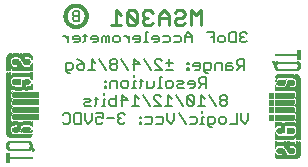
<source format=gbr>
G04 EAGLE Gerber RS-274X export*
G75*
%MOMM*%
%FSLAX34Y34*%
%LPD*%
%INSilkscreen Bottom*%
%IPPOS*%
%AMOC8*
5,1,8,0,0,1.08239X$1,22.5*%
G01*
%ADD10C,0.228600*%
%ADD11C,0.152400*%
%ADD12C,0.127000*%
%ADD13C,0.304800*%
%ADD14C,0.203200*%
%ADD15R,0.022863X0.462278*%
%ADD16R,0.022863X0.462281*%
%ADD17R,0.022863X0.436881*%
%ADD18R,0.023113X0.462278*%
%ADD19R,0.023113X0.462281*%
%ADD20R,0.023113X0.436881*%
%ADD21R,0.023116X0.462278*%
%ADD22R,0.023116X0.462281*%
%ADD23R,0.023116X0.436881*%
%ADD24R,0.023113X0.022863*%
%ADD25R,0.023116X0.091441*%
%ADD26R,0.023113X0.139700*%
%ADD27R,0.023116X0.185419*%
%ADD28R,0.023113X0.254000*%
%ADD29R,0.023113X0.299719*%
%ADD30R,0.023116X0.345438*%
%ADD31R,0.023113X0.391159*%
%ADD32R,0.023116X0.393700*%
%ADD33R,0.022863X0.325119*%
%ADD34R,0.022863X0.599438*%
%ADD35R,0.022863X0.622300*%
%ADD36R,0.022863X0.530859*%
%ADD37R,0.022863X0.439422*%
%ADD38R,0.022863X0.231138*%
%ADD39R,0.022863X0.071119*%
%ADD40R,0.022863X0.533400*%
%ADD41R,0.022863X0.208281*%
%ADD42R,0.023113X0.345441*%
%ADD43R,0.023113X0.576578*%
%ADD44R,0.023113X0.599438*%
%ADD45R,0.023113X0.508000*%
%ADD46R,0.023113X0.416563*%
%ADD47R,0.023113X0.208278*%
%ADD48R,0.023113X0.553722*%
%ADD49R,0.023113X0.208281*%
%ADD50R,0.023116X0.345441*%
%ADD51R,0.023116X0.530859*%
%ADD52R,0.023116X0.370841*%
%ADD53R,0.023116X0.162559*%
%ADD54R,0.023116X0.576581*%
%ADD55R,0.023116X0.208281*%
%ADD56R,0.023113X0.322578*%
%ADD57R,0.023113X0.485137*%
%ADD58R,0.023113X0.416559*%
%ADD59R,0.023113X0.347981*%
%ADD60R,0.023113X0.116838*%
%ADD61R,0.023113X0.647700*%
%ADD62R,0.023116X0.322581*%
%ADD63R,0.023116X0.485137*%
%ADD64R,0.023116X0.093978*%
%ADD65R,0.023116X0.231141*%
%ADD66R,0.023116X0.693419*%
%ADD67R,0.023113X0.322581*%
%ADD68R,0.023113X0.439419*%
%ADD69R,0.023113X0.370841*%
%ADD70R,0.023113X0.299722*%
%ADD71R,0.023113X0.045719*%
%ADD72R,0.023113X0.739138*%
%ADD73R,0.023113X0.414019*%
%ADD74R,0.023113X0.347978*%
%ADD75R,0.023113X0.762000*%
%ADD76R,0.023116X0.414019*%
%ADD77R,0.023116X0.182881*%
%ADD78R,0.023116X0.347978*%
%ADD79R,0.023116X0.276863*%
%ADD80R,0.023116X0.116841*%
%ADD81R,0.023116X0.276859*%
%ADD82R,0.023116X0.784863*%
%ADD83R,0.023113X0.325119*%
%ADD84R,0.023113X0.276863*%
%ADD85R,0.023113X0.276859*%
%ADD86R,0.023116X0.325119*%
%ADD87R,0.023116X0.391159*%
%ADD88R,0.023116X0.302259*%
%ADD89R,0.023116X0.254000*%
%ADD90R,0.023113X0.302259*%
%ADD91R,0.023113X0.393700*%
%ADD92R,0.023113X0.231141*%
%ADD93R,0.022863X0.302259*%
%ADD94R,0.022863X0.439419*%
%ADD95R,0.022863X0.368300*%
%ADD96R,0.022863X0.391159*%
%ADD97R,0.022863X0.416559*%
%ADD98R,0.022863X0.276863*%
%ADD99R,0.022863X0.205741*%
%ADD100R,0.023113X0.368300*%
%ADD101R,0.023113X0.205741*%
%ADD102R,0.023116X0.368300*%
%ADD103R,0.023116X0.205741*%
%ADD104R,0.023113X0.182881*%
%ADD105R,0.022863X0.276859*%
%ADD106R,0.022863X0.182881*%
%ADD107R,0.023113X0.924559*%
%ADD108R,0.023116X0.924559*%
%ADD109R,0.023113X0.901700*%
%ADD110R,0.023116X0.901700*%
%ADD111R,0.023113X0.878841*%
%ADD112R,0.023116X0.855981*%
%ADD113R,0.023113X0.833119*%
%ADD114R,0.022863X0.787400*%
%ADD115R,0.022863X0.414019*%
%ADD116R,0.022863X0.924559*%
%ADD117R,0.023113X0.739141*%
%ADD118R,0.023116X0.716281*%
%ADD119R,0.023116X0.299722*%
%ADD120R,0.023113X0.670559*%
%ADD121R,0.023116X0.647700*%
%ADD122R,0.023116X0.508000*%
%ADD123R,0.023116X0.299719*%
%ADD124R,0.023113X0.601981*%
%ADD125R,0.023113X0.530859*%
%ADD126R,0.023113X0.231138*%
%ADD127R,0.023113X0.556259*%
%ADD128R,0.023113X0.185419*%
%ADD129R,0.023116X0.533400*%
%ADD130R,0.023116X0.599438*%
%ADD131R,0.023116X0.416563*%
%ADD132R,0.023116X0.116838*%
%ADD133R,0.023113X0.485141*%
%ADD134R,0.023113X0.645159*%
%ADD135R,0.023113X0.716278*%
%ADD136R,0.022863X0.393700*%
%ADD137R,0.022863X0.762000*%
%ADD138R,0.022863X0.624841*%
%ADD139R,0.023113X0.784859*%
%ADD140R,0.023113X0.693422*%
%ADD141R,0.023116X0.830578*%
%ADD142R,0.023116X0.739141*%
%ADD143R,0.023113X0.876300*%
%ADD144R,0.023113X0.807722*%
%ADD145R,0.023116X0.899159*%
%ADD146R,0.023116X0.878841*%
%ADD147R,0.023113X0.922019*%
%ADD148R,0.023113X0.947419*%
%ADD149R,0.023116X0.970278*%
%ADD150R,0.023113X0.970278*%
%ADD151R,0.023116X0.439419*%
%ADD152R,0.022863X0.299722*%
%ADD153R,0.023116X0.416559*%
%ADD154R,0.023116X0.347981*%
%ADD155R,0.023113X0.137159*%
%ADD156R,0.023113X0.093978*%
%ADD157R,0.023113X0.091441*%
%ADD158R,0.023113X0.093981*%
%ADD159R,0.023113X0.114300*%
%ADD160R,0.023116X0.045719*%
%ADD161R,0.023116X0.045722*%
%ADD162R,0.023113X0.071119*%
%ADD163R,0.023113X0.116841*%
%ADD164R,0.023116X0.139700*%
%ADD165R,0.022863X0.322581*%
%ADD166R,0.022863X0.345441*%
%ADD167R,0.022863X0.162559*%
%ADD168R,0.022863X0.576581*%
%ADD169R,0.023113X0.668019*%
%ADD170R,0.023113X0.533400*%
%ADD171R,0.023116X1.455419*%
%ADD172R,0.023116X5.519419*%
%ADD173R,0.023113X1.455419*%
%ADD174R,0.023113X5.519419*%
%ADD175R,0.023116X5.494019*%
%ADD176R,0.023113X1.430019*%
%ADD177R,0.023113X5.494019*%
%ADD178R,0.023116X1.430019*%
%ADD179R,0.023116X5.471159*%
%ADD180R,0.023116X0.762000*%
%ADD181R,0.023113X1.407159*%
%ADD182R,0.023113X5.471159*%
%ADD183R,0.022863X1.384300*%
%ADD184R,0.022863X5.448300*%
%ADD185R,0.022863X0.716278*%
%ADD186R,0.022863X0.878841*%
%ADD187R,0.023113X1.361438*%
%ADD188R,0.023113X5.425438*%
%ADD189R,0.023116X1.338578*%
%ADD190R,0.023116X5.402578*%
%ADD191R,0.023116X0.624841*%
%ADD192R,0.023113X1.292859*%
%ADD193R,0.023113X5.356859*%
%ADD194R,0.023116X1.224278*%
%ADD195R,0.023116X5.288278*%


D10*
X166552Y157607D02*
X166552Y170064D01*
X162400Y165911D01*
X158248Y170064D01*
X158248Y157607D01*
X146759Y170064D02*
X144683Y167988D01*
X146759Y170064D02*
X150911Y170064D01*
X152987Y167988D01*
X152987Y165911D01*
X150911Y163835D01*
X146759Y163835D01*
X144683Y161759D01*
X144683Y159683D01*
X146759Y157607D01*
X150911Y157607D01*
X152987Y159683D01*
X139422Y157607D02*
X139422Y165911D01*
X135270Y170064D01*
X131118Y165911D01*
X131118Y157607D01*
X131118Y163835D02*
X139422Y163835D01*
X125857Y167988D02*
X123781Y170064D01*
X119629Y170064D01*
X117553Y167988D01*
X117553Y165911D01*
X119629Y163835D01*
X121705Y163835D01*
X119629Y163835D02*
X117553Y161759D01*
X117553Y159683D01*
X119629Y157607D01*
X123781Y157607D01*
X125857Y159683D01*
X112292Y159683D02*
X112292Y167988D01*
X110216Y170064D01*
X106064Y170064D01*
X103988Y167988D01*
X103988Y159683D01*
X106064Y157607D01*
X110216Y157607D01*
X112292Y159683D01*
X103988Y167988D01*
X98727Y165911D02*
X94575Y170064D01*
X94575Y157607D01*
X98727Y157607D02*
X90423Y157607D01*
D11*
X204317Y151645D02*
X205757Y150205D01*
X204317Y151645D02*
X201435Y151645D01*
X199995Y150205D01*
X199995Y148764D01*
X201435Y147324D01*
X202876Y147324D01*
X201435Y147324D02*
X199995Y145883D01*
X199995Y144443D01*
X201435Y143002D01*
X204317Y143002D01*
X205757Y144443D01*
X196402Y143002D02*
X196402Y151645D01*
X196402Y143002D02*
X192080Y143002D01*
X190640Y144443D01*
X190640Y150205D01*
X192080Y151645D01*
X196402Y151645D01*
X185606Y143002D02*
X182725Y143002D01*
X181285Y144443D01*
X181285Y147324D01*
X182725Y148764D01*
X185606Y148764D01*
X187047Y147324D01*
X187047Y144443D01*
X185606Y143002D01*
X177692Y143002D02*
X177692Y151645D01*
X171929Y151645D01*
X174810Y147324D02*
X177692Y147324D01*
X158981Y148764D02*
X158981Y143002D01*
X158981Y148764D02*
X156100Y151645D01*
X153219Y148764D01*
X153219Y143002D01*
X153219Y147324D02*
X158981Y147324D01*
X148185Y148764D02*
X143864Y148764D01*
X148185Y148764D02*
X149626Y147324D01*
X149626Y144443D01*
X148185Y143002D01*
X143864Y143002D01*
X138830Y148764D02*
X134509Y148764D01*
X138830Y148764D02*
X140271Y147324D01*
X140271Y144443D01*
X138830Y143002D01*
X134509Y143002D01*
X129475Y143002D02*
X126594Y143002D01*
X129475Y143002D02*
X130916Y144443D01*
X130916Y147324D01*
X129475Y148764D01*
X126594Y148764D01*
X125153Y147324D01*
X125153Y145883D01*
X130916Y145883D01*
X121560Y151645D02*
X120120Y151645D01*
X120120Y143002D01*
X121560Y143002D02*
X118679Y143002D01*
X113883Y143002D02*
X111002Y143002D01*
X113883Y143002D02*
X115324Y144443D01*
X115324Y147324D01*
X113883Y148764D01*
X111002Y148764D01*
X109561Y147324D01*
X109561Y145883D01*
X115324Y145883D01*
X105969Y143002D02*
X105969Y148764D01*
X105969Y145883D02*
X103087Y148764D01*
X101647Y148764D01*
X96732Y143002D02*
X93851Y143002D01*
X92410Y144443D01*
X92410Y147324D01*
X93851Y148764D01*
X96732Y148764D01*
X98173Y147324D01*
X98173Y144443D01*
X96732Y143002D01*
X88817Y143002D02*
X88817Y148764D01*
X87377Y148764D01*
X85936Y147324D01*
X85936Y143002D01*
X85936Y147324D02*
X84496Y148764D01*
X83055Y147324D01*
X83055Y143002D01*
X78022Y143002D02*
X75140Y143002D01*
X78022Y143002D02*
X79462Y144443D01*
X79462Y147324D01*
X78022Y148764D01*
X75140Y148764D01*
X73700Y147324D01*
X73700Y145883D01*
X79462Y145883D01*
X68666Y144443D02*
X68666Y150205D01*
X68666Y144443D02*
X67226Y143002D01*
X67226Y148764D02*
X70107Y148764D01*
X62430Y143002D02*
X59549Y143002D01*
X62430Y143002D02*
X63870Y144443D01*
X63870Y147324D01*
X62430Y148764D01*
X59549Y148764D01*
X58108Y147324D01*
X58108Y145883D01*
X63870Y145883D01*
X54515Y143002D02*
X54515Y148764D01*
X54515Y145883D02*
X51634Y148764D01*
X50193Y148764D01*
D12*
X203545Y128913D02*
X203545Y120015D01*
X203545Y128913D02*
X199097Y128913D01*
X197614Y127430D01*
X197614Y124464D01*
X199097Y122981D01*
X203545Y122981D01*
X200580Y122981D02*
X197614Y120015D01*
X192707Y125947D02*
X189741Y125947D01*
X188258Y124464D01*
X188258Y120015D01*
X192707Y120015D01*
X194190Y121498D01*
X192707Y122981D01*
X188258Y122981D01*
X184835Y120015D02*
X184835Y125947D01*
X180386Y125947D01*
X178903Y124464D01*
X178903Y120015D01*
X172514Y117049D02*
X171031Y117049D01*
X169548Y118532D01*
X169548Y125947D01*
X173997Y125947D01*
X175480Y124464D01*
X175480Y121498D01*
X173997Y120015D01*
X169548Y120015D01*
X164642Y120015D02*
X161676Y120015D01*
X164642Y120015D02*
X166125Y121498D01*
X166125Y124464D01*
X164642Y125947D01*
X161676Y125947D01*
X160193Y124464D01*
X160193Y122981D01*
X166125Y122981D01*
X156769Y125947D02*
X155287Y125947D01*
X155287Y124464D01*
X156769Y124464D01*
X156769Y125947D01*
X156769Y121498D02*
X155287Y121498D01*
X155287Y120015D01*
X156769Y120015D01*
X156769Y121498D01*
X142737Y120015D02*
X136805Y120015D01*
X136805Y125947D02*
X142737Y125947D01*
X139771Y128913D02*
X139771Y122981D01*
X133381Y120015D02*
X127450Y120015D01*
X133381Y120015D02*
X127450Y125947D01*
X127450Y127430D01*
X128933Y128913D01*
X131899Y128913D01*
X133381Y127430D01*
X124026Y120015D02*
X118095Y128913D01*
X110222Y128913D02*
X110222Y120015D01*
X114671Y124464D02*
X110222Y128913D01*
X108739Y124464D02*
X114671Y124464D01*
X105316Y120015D02*
X99384Y128913D01*
X95961Y127430D02*
X94478Y128913D01*
X91512Y128913D01*
X90029Y127430D01*
X90029Y125947D01*
X91512Y124464D01*
X90029Y122981D01*
X90029Y121498D01*
X91512Y120015D01*
X94478Y120015D01*
X95961Y121498D01*
X95961Y122981D01*
X94478Y124464D01*
X95961Y125947D01*
X95961Y127430D01*
X94478Y124464D02*
X91512Y124464D01*
X86606Y120015D02*
X80674Y128913D01*
X77250Y125947D02*
X74285Y128913D01*
X74285Y120015D01*
X77250Y120015D02*
X71319Y120015D01*
X64929Y127430D02*
X61963Y128913D01*
X64929Y127430D02*
X67895Y124464D01*
X67895Y121498D01*
X66412Y120015D01*
X63446Y120015D01*
X61963Y121498D01*
X61963Y122981D01*
X63446Y124464D01*
X67895Y124464D01*
X55574Y117049D02*
X54091Y117049D01*
X52608Y118532D01*
X52608Y125947D01*
X57057Y125947D01*
X58540Y124464D01*
X58540Y121498D01*
X57057Y120015D01*
X52608Y120015D01*
X170802Y113673D02*
X170802Y104775D01*
X170802Y113673D02*
X166353Y113673D01*
X164870Y112190D01*
X164870Y109224D01*
X166353Y107741D01*
X170802Y107741D01*
X167836Y107741D02*
X164870Y104775D01*
X159964Y104775D02*
X156998Y104775D01*
X159964Y104775D02*
X161447Y106258D01*
X161447Y109224D01*
X159964Y110707D01*
X156998Y110707D01*
X155515Y109224D01*
X155515Y107741D01*
X161447Y107741D01*
X152092Y104775D02*
X147643Y104775D01*
X146160Y106258D01*
X147643Y107741D01*
X150609Y107741D01*
X152092Y109224D01*
X150609Y110707D01*
X146160Y110707D01*
X141254Y104775D02*
X138288Y104775D01*
X136805Y106258D01*
X136805Y109224D01*
X138288Y110707D01*
X141254Y110707D01*
X142737Y109224D01*
X142737Y106258D01*
X141254Y104775D01*
X133381Y113673D02*
X131899Y113673D01*
X131899Y104775D01*
X133381Y104775D02*
X130416Y104775D01*
X127145Y106258D02*
X127145Y110707D01*
X127145Y106258D02*
X125662Y104775D01*
X121213Y104775D01*
X121213Y110707D01*
X116307Y112190D02*
X116307Y106258D01*
X114824Y104775D01*
X114824Y110707D02*
X117789Y110707D01*
X111553Y110707D02*
X110070Y110707D01*
X110070Y104775D01*
X111553Y104775D02*
X108587Y104775D01*
X110070Y113673D02*
X110070Y115156D01*
X103833Y104775D02*
X100867Y104775D01*
X99384Y106258D01*
X99384Y109224D01*
X100867Y110707D01*
X103833Y110707D01*
X105316Y109224D01*
X105316Y106258D01*
X103833Y104775D01*
X95961Y104775D02*
X95961Y110707D01*
X91512Y110707D01*
X90029Y109224D01*
X90029Y104775D01*
X86606Y110707D02*
X85123Y110707D01*
X85123Y109224D01*
X86606Y109224D01*
X86606Y110707D01*
X86606Y106258D02*
X85123Y106258D01*
X85123Y104775D01*
X86606Y104775D01*
X86606Y106258D01*
X187250Y98433D02*
X188733Y96950D01*
X187250Y98433D02*
X184284Y98433D01*
X182801Y96950D01*
X182801Y95467D01*
X184284Y93984D01*
X182801Y92501D01*
X182801Y91018D01*
X184284Y89535D01*
X187250Y89535D01*
X188733Y91018D01*
X188733Y92501D01*
X187250Y93984D01*
X188733Y95467D01*
X188733Y96950D01*
X187250Y93984D02*
X184284Y93984D01*
X179378Y89535D02*
X173446Y98433D01*
X170023Y95467D02*
X167057Y98433D01*
X167057Y89535D01*
X170023Y89535D02*
X164091Y89535D01*
X160667Y91018D02*
X160667Y96950D01*
X159185Y98433D01*
X156219Y98433D01*
X154736Y96950D01*
X154736Y91018D01*
X156219Y89535D01*
X159185Y89535D01*
X160667Y91018D01*
X154736Y96950D01*
X151312Y89535D02*
X145381Y98433D01*
X141957Y95467D02*
X138991Y98433D01*
X138991Y89535D01*
X141957Y89535D02*
X136025Y89535D01*
X132602Y89535D02*
X126670Y89535D01*
X132602Y89535D02*
X126670Y95467D01*
X126670Y96950D01*
X128153Y98433D01*
X131119Y98433D01*
X132602Y96950D01*
X123247Y89535D02*
X117315Y98433D01*
X113891Y95467D02*
X110926Y98433D01*
X110926Y89535D01*
X113891Y89535D02*
X107960Y89535D01*
X100088Y89535D02*
X100088Y98433D01*
X104536Y93984D01*
X98605Y93984D01*
X95181Y98433D02*
X95181Y89535D01*
X90732Y89535D01*
X89249Y91018D01*
X89249Y93984D01*
X90732Y95467D01*
X95181Y95467D01*
X85826Y95467D02*
X84343Y95467D01*
X84343Y89535D01*
X85826Y89535D02*
X82860Y89535D01*
X84343Y98433D02*
X84343Y99916D01*
X78106Y96950D02*
X78106Y91018D01*
X76623Y89535D01*
X76623Y95467D02*
X79589Y95467D01*
X73352Y89535D02*
X68904Y89535D01*
X67421Y91018D01*
X68904Y92501D01*
X71869Y92501D01*
X73352Y93984D01*
X71869Y95467D01*
X67421Y95467D01*
X206664Y83193D02*
X206664Y77261D01*
X203698Y74295D01*
X200732Y77261D01*
X200732Y83193D01*
X197309Y83193D02*
X197309Y74295D01*
X191377Y74295D01*
X186470Y74295D02*
X183505Y74295D01*
X182022Y75778D01*
X182022Y78744D01*
X183505Y80227D01*
X186470Y80227D01*
X187953Y78744D01*
X187953Y75778D01*
X186470Y74295D01*
X175632Y71329D02*
X174149Y71329D01*
X172666Y72812D01*
X172666Y80227D01*
X177115Y80227D01*
X178598Y78744D01*
X178598Y75778D01*
X177115Y74295D01*
X172666Y74295D01*
X169243Y80227D02*
X167760Y80227D01*
X167760Y74295D01*
X169243Y74295D02*
X166277Y74295D01*
X167760Y83193D02*
X167760Y84676D01*
X161523Y80227D02*
X157075Y80227D01*
X161523Y80227D02*
X163006Y78744D01*
X163006Y75778D01*
X161523Y74295D01*
X157075Y74295D01*
X153651Y74295D02*
X147719Y83193D01*
X144296Y83193D02*
X144296Y77261D01*
X141330Y74295D01*
X138364Y77261D01*
X138364Y83193D01*
X133458Y80227D02*
X129009Y80227D01*
X133458Y80227D02*
X134941Y78744D01*
X134941Y75778D01*
X133458Y74295D01*
X129009Y74295D01*
X124103Y80227D02*
X119654Y80227D01*
X124103Y80227D02*
X125585Y78744D01*
X125585Y75778D01*
X124103Y74295D01*
X119654Y74295D01*
X116230Y80227D02*
X114747Y80227D01*
X114747Y78744D01*
X116230Y78744D01*
X116230Y80227D01*
X116230Y75778D02*
X114747Y75778D01*
X114747Y74295D01*
X116230Y74295D01*
X116230Y75778D01*
X102198Y81710D02*
X100715Y83193D01*
X97749Y83193D01*
X96266Y81710D01*
X96266Y80227D01*
X97749Y78744D01*
X99232Y78744D01*
X97749Y78744D02*
X96266Y77261D01*
X96266Y75778D01*
X97749Y74295D01*
X100715Y74295D01*
X102198Y75778D01*
X92842Y78744D02*
X86911Y78744D01*
X83487Y83193D02*
X77555Y83193D01*
X83487Y83193D02*
X83487Y78744D01*
X80521Y80227D01*
X79038Y80227D01*
X77555Y78744D01*
X77555Y75778D01*
X79038Y74295D01*
X82004Y74295D01*
X83487Y75778D01*
X74132Y77261D02*
X74132Y83193D01*
X74132Y77261D02*
X71166Y74295D01*
X68200Y77261D01*
X68200Y83193D01*
X64777Y83193D02*
X64777Y74295D01*
X60328Y74295D01*
X58845Y75778D01*
X58845Y81710D01*
X60328Y83193D01*
X64777Y83193D01*
X50973Y83193D02*
X49490Y81710D01*
X50973Y83193D02*
X53939Y83193D01*
X55422Y81710D01*
X55422Y75778D01*
X53939Y74295D01*
X50973Y74295D01*
X49490Y75778D01*
D13*
X51980Y165100D02*
X51983Y165320D01*
X51991Y165541D01*
X52004Y165761D01*
X52023Y165980D01*
X52048Y166199D01*
X52077Y166418D01*
X52112Y166635D01*
X52153Y166852D01*
X52198Y167068D01*
X52249Y167282D01*
X52305Y167495D01*
X52367Y167707D01*
X52433Y167917D01*
X52505Y168125D01*
X52582Y168332D01*
X52664Y168536D01*
X52750Y168739D01*
X52842Y168939D01*
X52939Y169138D01*
X53040Y169333D01*
X53147Y169526D01*
X53258Y169717D01*
X53373Y169904D01*
X53493Y170089D01*
X53618Y170271D01*
X53747Y170449D01*
X53881Y170625D01*
X54018Y170797D01*
X54160Y170965D01*
X54306Y171131D01*
X54456Y171292D01*
X54610Y171450D01*
X54768Y171604D01*
X54929Y171754D01*
X55095Y171900D01*
X55263Y172042D01*
X55435Y172179D01*
X55611Y172313D01*
X55789Y172442D01*
X55971Y172567D01*
X56156Y172687D01*
X56343Y172802D01*
X56534Y172913D01*
X56727Y173020D01*
X56922Y173121D01*
X57121Y173218D01*
X57321Y173310D01*
X57524Y173396D01*
X57728Y173478D01*
X57935Y173555D01*
X58143Y173627D01*
X58353Y173693D01*
X58565Y173755D01*
X58778Y173811D01*
X58992Y173862D01*
X59208Y173907D01*
X59425Y173948D01*
X59642Y173983D01*
X59861Y174012D01*
X60080Y174037D01*
X60299Y174056D01*
X60519Y174069D01*
X60740Y174077D01*
X60960Y174080D01*
X61180Y174077D01*
X61401Y174069D01*
X61621Y174056D01*
X61840Y174037D01*
X62059Y174012D01*
X62278Y173983D01*
X62495Y173948D01*
X62712Y173907D01*
X62928Y173862D01*
X63142Y173811D01*
X63355Y173755D01*
X63567Y173693D01*
X63777Y173627D01*
X63985Y173555D01*
X64192Y173478D01*
X64396Y173396D01*
X64599Y173310D01*
X64799Y173218D01*
X64998Y173121D01*
X65193Y173020D01*
X65386Y172913D01*
X65577Y172802D01*
X65764Y172687D01*
X65949Y172567D01*
X66131Y172442D01*
X66309Y172313D01*
X66485Y172179D01*
X66657Y172042D01*
X66825Y171900D01*
X66991Y171754D01*
X67152Y171604D01*
X67310Y171450D01*
X67464Y171292D01*
X67614Y171131D01*
X67760Y170965D01*
X67902Y170797D01*
X68039Y170625D01*
X68173Y170449D01*
X68302Y170271D01*
X68427Y170089D01*
X68547Y169904D01*
X68662Y169717D01*
X68773Y169526D01*
X68880Y169333D01*
X68981Y169138D01*
X69078Y168939D01*
X69170Y168739D01*
X69256Y168536D01*
X69338Y168332D01*
X69415Y168125D01*
X69487Y167917D01*
X69553Y167707D01*
X69615Y167495D01*
X69671Y167282D01*
X69722Y167068D01*
X69767Y166852D01*
X69808Y166635D01*
X69843Y166418D01*
X69872Y166199D01*
X69897Y165980D01*
X69916Y165761D01*
X69929Y165541D01*
X69937Y165320D01*
X69940Y165100D01*
X69937Y164880D01*
X69929Y164659D01*
X69916Y164439D01*
X69897Y164220D01*
X69872Y164001D01*
X69843Y163782D01*
X69808Y163565D01*
X69767Y163348D01*
X69722Y163132D01*
X69671Y162918D01*
X69615Y162705D01*
X69553Y162493D01*
X69487Y162283D01*
X69415Y162075D01*
X69338Y161868D01*
X69256Y161664D01*
X69170Y161461D01*
X69078Y161261D01*
X68981Y161062D01*
X68880Y160867D01*
X68773Y160674D01*
X68662Y160483D01*
X68547Y160296D01*
X68427Y160111D01*
X68302Y159929D01*
X68173Y159751D01*
X68039Y159575D01*
X67902Y159403D01*
X67760Y159235D01*
X67614Y159069D01*
X67464Y158908D01*
X67310Y158750D01*
X67152Y158596D01*
X66991Y158446D01*
X66825Y158300D01*
X66657Y158158D01*
X66485Y158021D01*
X66309Y157887D01*
X66131Y157758D01*
X65949Y157633D01*
X65764Y157513D01*
X65577Y157398D01*
X65386Y157287D01*
X65193Y157180D01*
X64998Y157079D01*
X64799Y156982D01*
X64599Y156890D01*
X64396Y156804D01*
X64192Y156722D01*
X63985Y156645D01*
X63777Y156573D01*
X63567Y156507D01*
X63355Y156445D01*
X63142Y156389D01*
X62928Y156338D01*
X62712Y156293D01*
X62495Y156252D01*
X62278Y156217D01*
X62059Y156188D01*
X61840Y156163D01*
X61621Y156144D01*
X61401Y156131D01*
X61180Y156123D01*
X60960Y156120D01*
X60740Y156123D01*
X60519Y156131D01*
X60299Y156144D01*
X60080Y156163D01*
X59861Y156188D01*
X59642Y156217D01*
X59425Y156252D01*
X59208Y156293D01*
X58992Y156338D01*
X58778Y156389D01*
X58565Y156445D01*
X58353Y156507D01*
X58143Y156573D01*
X57935Y156645D01*
X57728Y156722D01*
X57524Y156804D01*
X57321Y156890D01*
X57121Y156982D01*
X56922Y157079D01*
X56727Y157180D01*
X56534Y157287D01*
X56343Y157398D01*
X56156Y157513D01*
X55971Y157633D01*
X55789Y157758D01*
X55611Y157887D01*
X55435Y158021D01*
X55263Y158158D01*
X55095Y158300D01*
X54929Y158446D01*
X54768Y158596D01*
X54610Y158750D01*
X54456Y158908D01*
X54306Y159069D01*
X54160Y159235D01*
X54018Y159403D01*
X53881Y159575D01*
X53747Y159751D01*
X53618Y159929D01*
X53493Y160111D01*
X53373Y160296D01*
X53258Y160483D01*
X53147Y160674D01*
X53040Y160867D01*
X52939Y161062D01*
X52842Y161261D01*
X52750Y161461D01*
X52664Y161664D01*
X52582Y161868D01*
X52505Y162075D01*
X52433Y162283D01*
X52367Y162493D01*
X52305Y162705D01*
X52249Y162918D01*
X52198Y163132D01*
X52153Y163348D01*
X52112Y163565D01*
X52077Y163782D01*
X52048Y164001D01*
X52023Y164220D01*
X52004Y164439D01*
X51991Y164659D01*
X51983Y164880D01*
X51980Y165100D01*
D14*
X63500Y161036D02*
X63500Y169171D01*
X59433Y169171D01*
X58077Y167815D01*
X58077Y166459D01*
X59433Y165103D01*
X58077Y163748D01*
X58077Y162392D01*
X59433Y161036D01*
X63500Y161036D01*
X63500Y165103D02*
X59433Y165103D01*
D15*
X224790Y79197D03*
D16*
X224790Y85446D03*
X224790Y91669D03*
D17*
X224790Y98019D03*
D18*
X225020Y79197D03*
D19*
X225020Y85446D03*
X225020Y91669D03*
D20*
X225020Y98019D03*
D21*
X225251Y79197D03*
D22*
X225251Y85446D03*
X225251Y91669D03*
D23*
X225251Y98019D03*
D18*
X225482Y79197D03*
D19*
X225482Y85446D03*
X225482Y91669D03*
D20*
X225482Y98019D03*
D21*
X225713Y79197D03*
D22*
X225713Y85446D03*
X225713Y91669D03*
D23*
X225713Y98019D03*
D18*
X225944Y79197D03*
D19*
X225944Y85446D03*
X225944Y91669D03*
D20*
X225944Y98019D03*
D18*
X226176Y79197D03*
D19*
X226176Y85446D03*
X226176Y91669D03*
D20*
X226176Y98019D03*
D21*
X226407Y79197D03*
D22*
X226407Y85446D03*
X226407Y91669D03*
D23*
X226407Y98019D03*
D18*
X226638Y79197D03*
D19*
X226638Y85446D03*
X226638Y91669D03*
D20*
X226638Y98019D03*
D21*
X226869Y79197D03*
D22*
X226869Y85446D03*
X226869Y91669D03*
D23*
X226869Y98019D03*
D18*
X227100Y79197D03*
D19*
X227100Y85446D03*
X227100Y91669D03*
D20*
X227100Y98019D03*
D15*
X227330Y79197D03*
D16*
X227330Y85446D03*
X227330Y91669D03*
D17*
X227330Y98019D03*
D18*
X227560Y79197D03*
D19*
X227560Y85446D03*
X227560Y91669D03*
D20*
X227560Y98019D03*
D24*
X227560Y126429D03*
D21*
X227791Y79197D03*
D22*
X227791Y85446D03*
X227791Y91669D03*
D23*
X227791Y98019D03*
D25*
X227791Y126314D03*
D18*
X228022Y79197D03*
D19*
X228022Y85446D03*
X228022Y91669D03*
D20*
X228022Y98019D03*
D26*
X228022Y126073D03*
D21*
X228253Y79197D03*
D22*
X228253Y85446D03*
X228253Y91669D03*
D23*
X228253Y98019D03*
D27*
X228253Y126073D03*
D18*
X228484Y79197D03*
D19*
X228484Y85446D03*
X228484Y91669D03*
D20*
X228484Y98019D03*
D28*
X228484Y125959D03*
D18*
X228716Y79197D03*
D19*
X228716Y85446D03*
X228716Y91669D03*
D20*
X228716Y98019D03*
D29*
X228716Y125730D03*
D21*
X228947Y79197D03*
D22*
X228947Y85446D03*
X228947Y91669D03*
D23*
X228947Y98019D03*
D30*
X228947Y125730D03*
D31*
X229178Y125501D03*
D32*
X229409Y125032D03*
D18*
X229640Y124003D03*
D33*
X229870Y48031D03*
D34*
X229870Y55880D03*
D35*
X229870Y63614D03*
D36*
X229870Y72631D03*
D15*
X229870Y79197D03*
D16*
X229870Y85446D03*
X229870Y91669D03*
D17*
X229870Y98019D03*
D37*
X229870Y104254D03*
D38*
X229870Y109919D03*
D39*
X229870Y113030D03*
D40*
X229870Y123190D03*
D41*
X229870Y132436D03*
D42*
X230100Y47676D03*
D43*
X230100Y55994D03*
D44*
X230100Y63500D03*
D45*
X230100Y72746D03*
D18*
X230100Y79197D03*
D19*
X230100Y85446D03*
X230100Y91669D03*
D20*
X230100Y98019D03*
D46*
X230100Y104140D03*
D47*
X230100Y110033D03*
D26*
X230100Y113373D03*
D48*
X230100Y122606D03*
D49*
X230100Y132436D03*
D50*
X230331Y47219D03*
D51*
X230331Y56223D03*
X230331Y63157D03*
D21*
X230331Y72974D03*
X230331Y79197D03*
D22*
X230331Y85446D03*
X230331Y91669D03*
D23*
X230331Y98019D03*
D52*
X230331Y103911D03*
D53*
X230331Y110261D03*
D27*
X230331Y113602D03*
D54*
X230331Y122492D03*
D55*
X230331Y132436D03*
D56*
X230562Y46876D03*
D57*
X230562Y56452D03*
D45*
X230562Y63043D03*
D58*
X230562Y73203D03*
D18*
X230562Y79197D03*
D19*
X230562Y85446D03*
X230562Y91669D03*
D20*
X230562Y98019D03*
D59*
X230562Y103797D03*
D60*
X230562Y110490D03*
D47*
X230562Y113716D03*
D61*
X230562Y122619D03*
D49*
X230562Y132436D03*
D62*
X230793Y46647D03*
D21*
X230793Y56566D03*
D63*
X230793Y62929D03*
D32*
X230793Y73317D03*
D21*
X230793Y79197D03*
D22*
X230793Y85446D03*
X230793Y91669D03*
D23*
X230793Y98019D03*
D62*
X230793Y103670D03*
D64*
X230793Y110604D03*
D65*
X230793Y113830D03*
D66*
X230793Y122619D03*
D55*
X230793Y132436D03*
D67*
X231024Y46419D03*
D68*
X231024Y56680D03*
D18*
X231024Y62814D03*
D69*
X231024Y73431D03*
D18*
X231024Y79197D03*
D19*
X231024Y85446D03*
X231024Y91669D03*
D20*
X231024Y98019D03*
D70*
X231024Y103556D03*
D71*
X231024Y110846D03*
D28*
X231024Y113944D03*
D72*
X231024Y122619D03*
D49*
X231024Y132436D03*
D67*
X231256Y46190D03*
D73*
X231256Y56807D03*
D68*
X231256Y62700D03*
D74*
X231256Y73546D03*
D18*
X231256Y79197D03*
D19*
X231256Y85446D03*
X231256Y91669D03*
D20*
X231256Y98019D03*
D70*
X231256Y103556D03*
D28*
X231256Y113944D03*
D75*
X231256Y122504D03*
D49*
X231256Y132436D03*
D62*
X231487Y46190D03*
D65*
X231487Y51270D03*
D76*
X231487Y56807D03*
X231487Y62573D03*
D77*
X231487Y68351D03*
D78*
X231487Y73546D03*
D21*
X231487Y79197D03*
D22*
X231487Y85446D03*
X231487Y91669D03*
D23*
X231487Y98019D03*
D79*
X231487Y103442D03*
D80*
X231487Y108179D03*
D81*
X231487Y114059D03*
D82*
X231487Y122619D03*
D55*
X231487Y132436D03*
D83*
X231718Y45949D03*
D67*
X231718Y51270D03*
D31*
X231718Y56921D03*
D73*
X231718Y62573D03*
D83*
X231718Y68351D03*
X231718Y73660D03*
D18*
X231718Y79197D03*
D19*
X231718Y85446D03*
X231718Y91669D03*
D20*
X231718Y98019D03*
D84*
X231718Y103442D03*
D85*
X231718Y108293D03*
X231718Y114059D03*
D84*
X231718Y120079D03*
D85*
X231718Y125387D03*
D49*
X231718Y132436D03*
D86*
X231949Y45949D03*
D52*
X231949Y51257D03*
D87*
X231949Y56921D03*
D76*
X231949Y62573D03*
D52*
X231949Y68351D03*
D86*
X231949Y73660D03*
D21*
X231949Y79197D03*
D22*
X231949Y85446D03*
X231949Y91669D03*
D23*
X231949Y98019D03*
D79*
X231949Y103442D03*
D50*
X231949Y108407D03*
D88*
X231949Y114186D03*
D89*
X231949Y119736D03*
D65*
X231949Y125616D03*
D55*
X231949Y132436D03*
D83*
X232180Y45949D03*
D58*
X232180Y51257D03*
D31*
X232180Y56921D03*
X232180Y62459D03*
D58*
X232180Y68351D03*
D90*
X232180Y73774D03*
D18*
X232180Y79197D03*
D19*
X232180Y85446D03*
X232180Y91669D03*
D20*
X232180Y98019D03*
D84*
X232180Y103442D03*
D91*
X232180Y108649D03*
D90*
X232180Y114186D03*
D92*
X232180Y119621D03*
D49*
X232180Y125730D03*
X232180Y132436D03*
D93*
X232410Y45834D03*
D94*
X232410Y51143D03*
D95*
X232410Y57036D03*
D96*
X232410Y62459D03*
D97*
X232410Y68351D03*
D93*
X232410Y73774D03*
D15*
X232410Y79197D03*
D16*
X232410Y85446D03*
X232410Y91669D03*
D17*
X232410Y98019D03*
D98*
X232410Y103442D03*
D94*
X232410Y108649D03*
D93*
X232410Y114186D03*
D99*
X232410Y119494D03*
D41*
X232410Y125730D03*
X232410Y132436D03*
D90*
X232640Y45834D03*
D18*
X232640Y51257D03*
D100*
X232640Y57036D03*
D31*
X232640Y62459D03*
D19*
X232640Y68351D03*
D90*
X232640Y73774D03*
D18*
X232640Y79197D03*
D19*
X232640Y85446D03*
X232640Y91669D03*
D20*
X232640Y98019D03*
D84*
X232640Y103442D03*
D18*
X232640Y108763D03*
D90*
X232640Y114186D03*
D101*
X232640Y119494D03*
D49*
X232640Y125959D03*
X232640Y132436D03*
D88*
X232871Y45834D03*
D21*
X232871Y51257D03*
D102*
X232871Y57036D03*
D87*
X232871Y62459D03*
D22*
X232871Y68351D03*
D88*
X232871Y73774D03*
D21*
X232871Y79197D03*
D22*
X232871Y85446D03*
X232871Y91669D03*
D23*
X232871Y98019D03*
D79*
X232871Y103442D03*
D21*
X232871Y108763D03*
D88*
X232871Y114186D03*
D103*
X232871Y119494D03*
D55*
X232871Y125959D03*
X232871Y132436D03*
D90*
X233102Y45834D03*
D18*
X233102Y51257D03*
D100*
X233102Y57036D03*
X233102Y62344D03*
D19*
X233102Y68351D03*
D90*
X233102Y73774D03*
D18*
X233102Y79197D03*
D19*
X233102Y85446D03*
X233102Y91669D03*
D20*
X233102Y98019D03*
D84*
X233102Y103442D03*
D18*
X233102Y108763D03*
D90*
X233102Y114186D03*
D101*
X233102Y119494D03*
D49*
X233102Y125959D03*
X233102Y132436D03*
D88*
X233333Y45834D03*
D21*
X233333Y51257D03*
D102*
X233333Y57036D03*
X233333Y62344D03*
D22*
X233333Y68351D03*
D88*
X233333Y73774D03*
D21*
X233333Y79197D03*
D22*
X233333Y85446D03*
X233333Y91669D03*
D23*
X233333Y98019D03*
D79*
X233333Y103442D03*
D21*
X233333Y108763D03*
D88*
X233333Y114186D03*
D77*
X233333Y119380D03*
D55*
X233333Y125959D03*
X233333Y132436D03*
D90*
X233564Y45834D03*
D18*
X233564Y51257D03*
D100*
X233564Y57036D03*
X233564Y62344D03*
D19*
X233564Y68351D03*
D90*
X233564Y73774D03*
D18*
X233564Y79197D03*
D19*
X233564Y85446D03*
X233564Y91669D03*
D20*
X233564Y98019D03*
D84*
X233564Y103442D03*
D18*
X233564Y108763D03*
D90*
X233564Y114186D03*
D104*
X233564Y119380D03*
D49*
X233564Y125959D03*
X233564Y132436D03*
D90*
X233796Y45834D03*
D18*
X233796Y51257D03*
D100*
X233796Y57036D03*
X233796Y62344D03*
D19*
X233796Y68351D03*
D85*
X233796Y73901D03*
D18*
X233796Y79197D03*
D19*
X233796Y85446D03*
X233796Y91669D03*
D20*
X233796Y98019D03*
D84*
X233796Y103442D03*
D18*
X233796Y108763D03*
D90*
X233796Y114186D03*
D104*
X233796Y119380D03*
D49*
X233796Y125959D03*
X233796Y132436D03*
D88*
X234027Y45834D03*
D21*
X234027Y51257D03*
D102*
X234027Y57036D03*
X234027Y62344D03*
D22*
X234027Y68351D03*
D81*
X234027Y73901D03*
D21*
X234027Y79197D03*
D22*
X234027Y85446D03*
X234027Y91669D03*
D23*
X234027Y98019D03*
D79*
X234027Y103442D03*
D21*
X234027Y108763D03*
D88*
X234027Y114186D03*
D77*
X234027Y119380D03*
D55*
X234027Y125959D03*
X234027Y132436D03*
D90*
X234258Y45834D03*
D18*
X234258Y51257D03*
D100*
X234258Y57036D03*
X234258Y62344D03*
D19*
X234258Y68351D03*
D85*
X234258Y73901D03*
D18*
X234258Y79197D03*
D19*
X234258Y85446D03*
X234258Y91669D03*
D20*
X234258Y98019D03*
D84*
X234258Y103442D03*
D18*
X234258Y108763D03*
D90*
X234258Y114186D03*
D104*
X234258Y119380D03*
D49*
X234258Y125959D03*
X234258Y132436D03*
D88*
X234489Y45834D03*
D21*
X234489Y51257D03*
D102*
X234489Y57036D03*
X234489Y62344D03*
D22*
X234489Y68351D03*
D81*
X234489Y73901D03*
D21*
X234489Y79197D03*
D22*
X234489Y85446D03*
X234489Y91669D03*
D23*
X234489Y98019D03*
D79*
X234489Y103442D03*
D21*
X234489Y108763D03*
D88*
X234489Y114186D03*
D77*
X234489Y119380D03*
D55*
X234489Y125959D03*
X234489Y132436D03*
D90*
X234720Y45834D03*
D18*
X234720Y51257D03*
D100*
X234720Y57036D03*
X234720Y62344D03*
D19*
X234720Y68351D03*
D85*
X234720Y73901D03*
D18*
X234720Y79197D03*
D19*
X234720Y85446D03*
X234720Y91669D03*
D20*
X234720Y98019D03*
D84*
X234720Y103442D03*
D18*
X234720Y108763D03*
D90*
X234720Y114186D03*
D104*
X234720Y119380D03*
D49*
X234720Y125959D03*
X234720Y132436D03*
D93*
X234950Y45834D03*
D15*
X234950Y51257D03*
D95*
X234950Y57036D03*
X234950Y62344D03*
D16*
X234950Y68351D03*
D105*
X234950Y73901D03*
D15*
X234950Y79197D03*
D16*
X234950Y85446D03*
X234950Y91669D03*
D17*
X234950Y98019D03*
D98*
X234950Y103442D03*
D15*
X234950Y108763D03*
D93*
X234950Y114186D03*
D106*
X234950Y119380D03*
D41*
X234950Y125959D03*
X234950Y132436D03*
D90*
X235180Y45834D03*
D18*
X235180Y51257D03*
D100*
X235180Y57036D03*
X235180Y62344D03*
D19*
X235180Y68351D03*
D85*
X235180Y73901D03*
D18*
X235180Y79197D03*
D19*
X235180Y85446D03*
X235180Y91669D03*
D20*
X235180Y98019D03*
D84*
X235180Y103442D03*
D18*
X235180Y108763D03*
D90*
X235180Y114186D03*
D104*
X235180Y119380D03*
D49*
X235180Y125959D03*
X235180Y132436D03*
D88*
X235411Y45834D03*
D21*
X235411Y51257D03*
D102*
X235411Y57036D03*
X235411Y62344D03*
D22*
X235411Y68351D03*
D81*
X235411Y73901D03*
D21*
X235411Y79197D03*
D22*
X235411Y85446D03*
X235411Y91669D03*
D23*
X235411Y98019D03*
D79*
X235411Y103442D03*
D21*
X235411Y108763D03*
D88*
X235411Y114186D03*
D77*
X235411Y119380D03*
D55*
X235411Y125959D03*
X235411Y132436D03*
D90*
X235642Y45834D03*
D18*
X235642Y51257D03*
D100*
X235642Y57036D03*
X235642Y62344D03*
D107*
X235642Y70663D03*
D18*
X235642Y79197D03*
D19*
X235642Y85446D03*
X235642Y91669D03*
D20*
X235642Y98019D03*
D84*
X235642Y103442D03*
D18*
X235642Y108763D03*
D90*
X235642Y114186D03*
D104*
X235642Y119380D03*
D49*
X235642Y125959D03*
X235642Y132436D03*
D88*
X235873Y45834D03*
D21*
X235873Y51257D03*
D102*
X235873Y57036D03*
X235873Y62344D03*
D108*
X235873Y70663D03*
D21*
X235873Y79197D03*
D22*
X235873Y85446D03*
X235873Y91669D03*
D23*
X235873Y98019D03*
D79*
X235873Y103442D03*
D21*
X235873Y108763D03*
D88*
X235873Y114186D03*
D77*
X235873Y119380D03*
D55*
X235873Y125959D03*
X235873Y132436D03*
D90*
X236104Y45834D03*
D68*
X236104Y51143D03*
D100*
X236104Y57036D03*
X236104Y62344D03*
D107*
X236104Y70663D03*
D18*
X236104Y79197D03*
D19*
X236104Y85446D03*
X236104Y91669D03*
D20*
X236104Y98019D03*
D84*
X236104Y103442D03*
D18*
X236104Y108763D03*
D90*
X236104Y114186D03*
D104*
X236104Y119380D03*
D49*
X236104Y125959D03*
X236104Y132436D03*
D109*
X236336Y48832D03*
D100*
X236336Y57036D03*
X236336Y62344D03*
D107*
X236336Y70663D03*
D18*
X236336Y79197D03*
D19*
X236336Y85446D03*
X236336Y91669D03*
D20*
X236336Y98019D03*
D84*
X236336Y103442D03*
D18*
X236336Y108763D03*
D90*
X236336Y114186D03*
D104*
X236336Y119380D03*
D49*
X236336Y125959D03*
X236336Y132436D03*
D110*
X236567Y48832D03*
D102*
X236567Y57036D03*
X236567Y62344D03*
D108*
X236567Y70663D03*
D21*
X236567Y79197D03*
D22*
X236567Y85446D03*
X236567Y91669D03*
D23*
X236567Y98019D03*
D79*
X236567Y103442D03*
D21*
X236567Y108763D03*
D88*
X236567Y114186D03*
D77*
X236567Y119380D03*
D55*
X236567Y125959D03*
X236567Y132436D03*
D111*
X236798Y48717D03*
D31*
X236798Y56921D03*
D100*
X236798Y62344D03*
D107*
X236798Y70663D03*
D18*
X236798Y79197D03*
D19*
X236798Y85446D03*
X236798Y91669D03*
D20*
X236798Y98019D03*
D84*
X236798Y103442D03*
D18*
X236798Y108763D03*
D90*
X236798Y114186D03*
D104*
X236798Y119380D03*
D49*
X236798Y125959D03*
X236798Y132436D03*
D112*
X237029Y48603D03*
D87*
X237029Y56921D03*
D102*
X237029Y62344D03*
D108*
X237029Y70663D03*
D21*
X237029Y79197D03*
D22*
X237029Y85446D03*
X237029Y91669D03*
D23*
X237029Y98019D03*
D79*
X237029Y103442D03*
D21*
X237029Y108763D03*
D88*
X237029Y114186D03*
D77*
X237029Y119380D03*
D55*
X237029Y125959D03*
X237029Y132436D03*
D113*
X237260Y48489D03*
D73*
X237260Y56807D03*
D100*
X237260Y62344D03*
D107*
X237260Y70663D03*
D18*
X237260Y79197D03*
D19*
X237260Y85446D03*
X237260Y91669D03*
D20*
X237260Y98019D03*
D84*
X237260Y103442D03*
D68*
X237260Y108877D03*
D90*
X237260Y114186D03*
D104*
X237260Y119380D03*
D49*
X237260Y125959D03*
X237260Y132436D03*
D114*
X237490Y48260D03*
D115*
X237490Y56807D03*
D95*
X237490Y62344D03*
D116*
X237490Y70663D03*
D15*
X237490Y79197D03*
D16*
X237490Y85446D03*
X237490Y91669D03*
D17*
X237490Y98019D03*
D98*
X237490Y103442D03*
D94*
X237490Y108877D03*
D93*
X237490Y114186D03*
D106*
X237490Y119380D03*
D41*
X237490Y125959D03*
X237490Y132436D03*
D117*
X237720Y48019D03*
D68*
X237720Y56680D03*
D100*
X237720Y62344D03*
D107*
X237720Y70663D03*
D18*
X237720Y79197D03*
D19*
X237720Y85446D03*
X237720Y91669D03*
D20*
X237720Y98019D03*
D70*
X237720Y103556D03*
D58*
X237720Y108991D03*
D90*
X237720Y114186D03*
D104*
X237720Y119380D03*
D49*
X237720Y125959D03*
X237720Y132436D03*
D118*
X237951Y47904D03*
D21*
X237951Y56566D03*
D102*
X237951Y62344D03*
D108*
X237951Y70663D03*
D21*
X237951Y79197D03*
D22*
X237951Y85446D03*
X237951Y91669D03*
D23*
X237951Y98019D03*
D119*
X237951Y103556D03*
D32*
X237951Y109106D03*
D88*
X237951Y114186D03*
D77*
X237951Y119380D03*
D55*
X237951Y125959D03*
X237951Y132436D03*
D120*
X238182Y47676D03*
D57*
X238182Y56452D03*
D100*
X238182Y62344D03*
D107*
X238182Y70663D03*
D18*
X238182Y79197D03*
D19*
X238182Y85446D03*
X238182Y91669D03*
D20*
X238182Y98019D03*
D67*
X238182Y103670D03*
D74*
X238182Y109334D03*
D90*
X238182Y114186D03*
D104*
X238182Y119380D03*
D49*
X238182Y125959D03*
X238182Y132436D03*
D121*
X238413Y47562D03*
D122*
X238413Y56337D03*
D102*
X238413Y62344D03*
D81*
X238413Y73901D03*
D21*
X238413Y79197D03*
D22*
X238413Y85446D03*
X238413Y91669D03*
D23*
X238413Y98019D03*
D62*
X238413Y103670D03*
D123*
X238413Y109576D03*
D88*
X238413Y114186D03*
D77*
X238413Y119380D03*
D55*
X238413Y125959D03*
X238413Y132436D03*
D124*
X238644Y47333D03*
D125*
X238644Y56223D03*
D100*
X238644Y62344D03*
D85*
X238644Y73901D03*
D18*
X238644Y79197D03*
D19*
X238644Y85446D03*
X238644Y91669D03*
D20*
X238644Y98019D03*
D59*
X238644Y103797D03*
D126*
X238644Y109919D03*
D90*
X238644Y114186D03*
D104*
X238644Y119380D03*
D49*
X238644Y125959D03*
X238644Y132436D03*
D127*
X238876Y47104D03*
D43*
X238876Y55994D03*
D100*
X238876Y62344D03*
D85*
X238876Y73901D03*
D18*
X238876Y79197D03*
D19*
X238876Y85446D03*
X238876Y91669D03*
D20*
X238876Y98019D03*
D69*
X238876Y103911D03*
D128*
X238876Y110147D03*
D90*
X238876Y114186D03*
D104*
X238876Y119380D03*
D49*
X238876Y125959D03*
X238876Y132436D03*
D129*
X239107Y46990D03*
D130*
X239107Y55880D03*
D102*
X239107Y62344D03*
D81*
X239107Y73901D03*
D21*
X239107Y79197D03*
D22*
X239107Y85446D03*
X239107Y91669D03*
D23*
X239107Y98019D03*
D131*
X239107Y104140D03*
D132*
X239107Y110490D03*
D88*
X239107Y114186D03*
D77*
X239107Y119380D03*
D55*
X239107Y125959D03*
X239107Y132436D03*
D133*
X239338Y46749D03*
D134*
X239338Y55651D03*
D100*
X239338Y62344D03*
D85*
X239338Y73901D03*
D18*
X239338Y79197D03*
D19*
X239338Y85446D03*
X239338Y91669D03*
D20*
X239338Y98019D03*
D19*
X239338Y104369D03*
D71*
X239338Y110846D03*
D90*
X239338Y114186D03*
D104*
X239338Y119380D03*
D49*
X239338Y125959D03*
X239338Y132436D03*
D22*
X239569Y46634D03*
D66*
X239569Y55410D03*
D102*
X239569Y62344D03*
D81*
X239569Y73901D03*
D21*
X239569Y79197D03*
D22*
X239569Y85446D03*
X239569Y91669D03*
D23*
X239569Y98019D03*
D122*
X239569Y104597D03*
D88*
X239569Y114186D03*
D77*
X239569Y119380D03*
D55*
X239569Y125959D03*
X239569Y132436D03*
D58*
X239800Y46406D03*
D135*
X239800Y55296D03*
D100*
X239800Y62344D03*
D85*
X239800Y73901D03*
D18*
X239800Y79197D03*
D19*
X239800Y85446D03*
X239800Y91669D03*
D20*
X239800Y98019D03*
D48*
X239800Y104826D03*
D90*
X239800Y114186D03*
D104*
X239800Y119380D03*
D49*
X239800Y125959D03*
X239800Y132436D03*
D136*
X240030Y46292D03*
D137*
X240030Y55067D03*
D95*
X240030Y62344D03*
D16*
X240030Y68351D03*
D105*
X240030Y73901D03*
D15*
X240030Y79197D03*
D16*
X240030Y85446D03*
X240030Y91669D03*
D17*
X240030Y98019D03*
D138*
X240030Y105181D03*
D93*
X240030Y114186D03*
D106*
X240030Y119380D03*
D41*
X240030Y125959D03*
X240030Y132436D03*
D69*
X240260Y46177D03*
D139*
X240260Y54953D03*
D100*
X240260Y62344D03*
D19*
X240260Y68351D03*
D85*
X240260Y73901D03*
D18*
X240260Y79197D03*
D19*
X240260Y85446D03*
X240260Y91669D03*
D20*
X240260Y98019D03*
D140*
X240260Y105524D03*
D90*
X240260Y114186D03*
D104*
X240260Y119380D03*
D49*
X240260Y125959D03*
X240260Y132436D03*
D52*
X240491Y46177D03*
D141*
X240491Y54724D03*
D102*
X240491Y62344D03*
D22*
X240491Y68351D03*
D81*
X240491Y73901D03*
D21*
X240491Y79197D03*
D22*
X240491Y85446D03*
X240491Y91669D03*
D23*
X240491Y98019D03*
D142*
X240491Y105753D03*
D88*
X240491Y114186D03*
D77*
X240491Y119380D03*
D55*
X240491Y125959D03*
X240491Y132436D03*
D59*
X240722Y46063D03*
D143*
X240722Y54496D03*
D100*
X240722Y62344D03*
D19*
X240722Y68351D03*
D85*
X240722Y73901D03*
D18*
X240722Y79197D03*
D19*
X240722Y85446D03*
X240722Y91669D03*
D20*
X240722Y98019D03*
D144*
X240722Y106096D03*
D90*
X240722Y114186D03*
D104*
X240722Y119380D03*
D49*
X240722Y125959D03*
X240722Y132436D03*
D86*
X240953Y45949D03*
D145*
X240953Y54381D03*
D102*
X240953Y62344D03*
D22*
X240953Y68351D03*
D81*
X240953Y73901D03*
D21*
X240953Y79197D03*
D22*
X240953Y85446D03*
X240953Y91669D03*
D23*
X240953Y98019D03*
D146*
X240953Y106451D03*
D88*
X240953Y114186D03*
D77*
X240953Y119380D03*
D55*
X240953Y125959D03*
X240953Y132436D03*
D83*
X241184Y45949D03*
D147*
X241184Y54267D03*
D100*
X241184Y62344D03*
D19*
X241184Y68351D03*
D85*
X241184Y73901D03*
D18*
X241184Y79197D03*
D19*
X241184Y85446D03*
X241184Y91669D03*
D20*
X241184Y98019D03*
D109*
X241184Y106566D03*
D90*
X241184Y114186D03*
D104*
X241184Y119380D03*
D49*
X241184Y125959D03*
X241184Y132436D03*
D83*
X241416Y45949D03*
D148*
X241416Y54140D03*
D100*
X241416Y62344D03*
D19*
X241416Y68351D03*
D85*
X241416Y73901D03*
D18*
X241416Y79197D03*
D19*
X241416Y85446D03*
X241416Y91669D03*
D20*
X241416Y98019D03*
D109*
X241416Y106566D03*
D90*
X241416Y114186D03*
D104*
X241416Y119380D03*
D49*
X241416Y125959D03*
X241416Y132436D03*
D88*
X241647Y45834D03*
D149*
X241647Y54026D03*
D102*
X241647Y62344D03*
D22*
X241647Y68351D03*
D81*
X241647Y73901D03*
D21*
X241647Y79197D03*
D22*
X241647Y85446D03*
X241647Y91669D03*
D23*
X241647Y98019D03*
D110*
X241647Y106566D03*
D88*
X241647Y114186D03*
D77*
X241647Y119380D03*
D55*
X241647Y125959D03*
X241647Y132436D03*
D90*
X241878Y45834D03*
D150*
X241878Y54026D03*
D100*
X241878Y62344D03*
D19*
X241878Y68351D03*
D85*
X241878Y73901D03*
D18*
X241878Y79197D03*
D19*
X241878Y85446D03*
X241878Y91669D03*
D20*
X241878Y98019D03*
D109*
X241878Y106566D03*
D90*
X241878Y114186D03*
D104*
X241878Y119380D03*
D49*
X241878Y125959D03*
X241878Y132436D03*
D88*
X242109Y45834D03*
D21*
X242109Y51257D03*
D102*
X242109Y57036D03*
X242109Y62344D03*
D22*
X242109Y68351D03*
D81*
X242109Y73901D03*
D21*
X242109Y79197D03*
D22*
X242109Y85446D03*
X242109Y91669D03*
D23*
X242109Y98019D03*
D110*
X242109Y106566D03*
D88*
X242109Y114186D03*
D77*
X242109Y119380D03*
D55*
X242109Y125959D03*
X242109Y132436D03*
D90*
X242340Y45834D03*
D18*
X242340Y51257D03*
D100*
X242340Y57036D03*
X242340Y62344D03*
D19*
X242340Y68351D03*
D85*
X242340Y73901D03*
D18*
X242340Y79197D03*
D19*
X242340Y85446D03*
X242340Y91669D03*
D20*
X242340Y98019D03*
D84*
X242340Y103442D03*
D68*
X242340Y108877D03*
D90*
X242340Y114186D03*
D104*
X242340Y119380D03*
D49*
X242340Y125959D03*
X242340Y132436D03*
D93*
X242570Y45834D03*
D15*
X242570Y51257D03*
D95*
X242570Y57036D03*
X242570Y62344D03*
D16*
X242570Y68351D03*
D105*
X242570Y73901D03*
D15*
X242570Y79197D03*
D16*
X242570Y85446D03*
X242570Y91669D03*
D17*
X242570Y98019D03*
D98*
X242570Y103442D03*
D94*
X242570Y108877D03*
D93*
X242570Y114186D03*
D106*
X242570Y119380D03*
D41*
X242570Y125959D03*
X242570Y132436D03*
D90*
X242800Y45834D03*
D18*
X242800Y51257D03*
D100*
X242800Y57036D03*
X242800Y62344D03*
D19*
X242800Y68351D03*
D85*
X242800Y73901D03*
D18*
X242800Y79197D03*
D19*
X242800Y85446D03*
X242800Y91669D03*
D20*
X242800Y98019D03*
D84*
X242800Y103442D03*
D68*
X242800Y108877D03*
D90*
X242800Y114186D03*
D104*
X242800Y119380D03*
D49*
X242800Y125959D03*
X242800Y132436D03*
D88*
X243031Y45834D03*
D21*
X243031Y51257D03*
D102*
X243031Y57036D03*
X243031Y62344D03*
D22*
X243031Y68351D03*
D81*
X243031Y73901D03*
D21*
X243031Y79197D03*
D22*
X243031Y85446D03*
X243031Y91669D03*
D23*
X243031Y98019D03*
D79*
X243031Y103442D03*
D151*
X243031Y108877D03*
D88*
X243031Y114186D03*
D77*
X243031Y119380D03*
D55*
X243031Y125959D03*
X243031Y132436D03*
D90*
X243262Y45834D03*
D18*
X243262Y51257D03*
D100*
X243262Y57036D03*
X243262Y62344D03*
D19*
X243262Y68351D03*
D85*
X243262Y73901D03*
D18*
X243262Y79197D03*
D19*
X243262Y85446D03*
X243262Y91669D03*
D20*
X243262Y98019D03*
D84*
X243262Y103442D03*
D68*
X243262Y108877D03*
D90*
X243262Y114186D03*
D104*
X243262Y119380D03*
D49*
X243262Y125959D03*
X243262Y132436D03*
D88*
X243493Y45834D03*
D21*
X243493Y51257D03*
D102*
X243493Y57036D03*
X243493Y62344D03*
D22*
X243493Y68351D03*
D81*
X243493Y73901D03*
D21*
X243493Y79197D03*
D22*
X243493Y85446D03*
X243493Y91669D03*
D23*
X243493Y98019D03*
D79*
X243493Y103442D03*
D151*
X243493Y108877D03*
D88*
X243493Y114186D03*
D77*
X243493Y119380D03*
D55*
X243493Y125959D03*
X243493Y132436D03*
D90*
X243724Y45834D03*
D18*
X243724Y51257D03*
D100*
X243724Y57036D03*
X243724Y62344D03*
D19*
X243724Y68351D03*
D85*
X243724Y73901D03*
D18*
X243724Y79197D03*
D19*
X243724Y85446D03*
X243724Y91669D03*
D20*
X243724Y98019D03*
D84*
X243724Y103442D03*
D68*
X243724Y108877D03*
D90*
X243724Y114186D03*
D104*
X243724Y119380D03*
D49*
X243724Y125959D03*
X243724Y132436D03*
D90*
X243956Y45834D03*
D18*
X243956Y51257D03*
D100*
X243956Y57036D03*
X243956Y62344D03*
D19*
X243956Y68351D03*
D85*
X243956Y73901D03*
D18*
X243956Y79197D03*
D19*
X243956Y85446D03*
X243956Y91669D03*
D20*
X243956Y98019D03*
D84*
X243956Y103442D03*
D68*
X243956Y108877D03*
D90*
X243956Y114186D03*
D104*
X243956Y119380D03*
D49*
X243956Y125959D03*
X243956Y132436D03*
D88*
X244187Y45834D03*
D21*
X244187Y51257D03*
D102*
X244187Y57036D03*
X244187Y62344D03*
D22*
X244187Y68351D03*
D81*
X244187Y73901D03*
D21*
X244187Y79197D03*
D22*
X244187Y85446D03*
X244187Y91669D03*
D23*
X244187Y98019D03*
D79*
X244187Y103442D03*
D151*
X244187Y108877D03*
D88*
X244187Y114186D03*
D77*
X244187Y119380D03*
D55*
X244187Y125959D03*
X244187Y132436D03*
D90*
X244418Y45834D03*
D18*
X244418Y51257D03*
D100*
X244418Y57036D03*
X244418Y62344D03*
D19*
X244418Y68351D03*
D90*
X244418Y73774D03*
D18*
X244418Y79197D03*
D19*
X244418Y85446D03*
X244418Y91669D03*
D20*
X244418Y98019D03*
D84*
X244418Y103442D03*
D68*
X244418Y108877D03*
D90*
X244418Y114186D03*
D104*
X244418Y119380D03*
D49*
X244418Y125959D03*
X244418Y132436D03*
D88*
X244649Y45834D03*
D21*
X244649Y51257D03*
D102*
X244649Y57036D03*
X244649Y62344D03*
D22*
X244649Y68351D03*
D88*
X244649Y73774D03*
D21*
X244649Y79197D03*
D22*
X244649Y85446D03*
X244649Y91669D03*
D23*
X244649Y98019D03*
D79*
X244649Y103442D03*
D151*
X244649Y108877D03*
D88*
X244649Y114186D03*
D77*
X244649Y119380D03*
D55*
X244649Y125959D03*
X244649Y132436D03*
D90*
X244880Y45834D03*
D18*
X244880Y51257D03*
D100*
X244880Y57036D03*
X244880Y62344D03*
D19*
X244880Y68351D03*
D90*
X244880Y73774D03*
D18*
X244880Y79197D03*
D19*
X244880Y85446D03*
X244880Y91669D03*
D20*
X244880Y98019D03*
D70*
X244880Y103556D03*
D68*
X244880Y108877D03*
D90*
X244880Y114186D03*
D104*
X244880Y119380D03*
D49*
X244880Y125959D03*
X244880Y132436D03*
D93*
X245110Y45834D03*
D15*
X245110Y51257D03*
D95*
X245110Y57036D03*
D96*
X245110Y62459D03*
D16*
X245110Y68351D03*
D93*
X245110Y73774D03*
D15*
X245110Y79197D03*
D16*
X245110Y85446D03*
X245110Y91669D03*
D17*
X245110Y98019D03*
D152*
X245110Y103556D03*
D94*
X245110Y108877D03*
D93*
X245110Y114186D03*
D106*
X245110Y119380D03*
D41*
X245110Y125959D03*
X245110Y132436D03*
D90*
X245340Y45834D03*
D68*
X245340Y51143D03*
D100*
X245340Y57036D03*
D31*
X245340Y62459D03*
D68*
X245340Y68237D03*
D90*
X245340Y73774D03*
D18*
X245340Y79197D03*
D19*
X245340Y85446D03*
X245340Y91669D03*
D20*
X245340Y98019D03*
D70*
X245340Y103556D03*
D58*
X245340Y108763D03*
D90*
X245340Y114186D03*
D104*
X245340Y119380D03*
D49*
X245340Y125959D03*
X245340Y132436D03*
D88*
X245571Y45834D03*
D153*
X245571Y51257D03*
D87*
X245571Y56921D03*
X245571Y62459D03*
D153*
X245571Y68351D03*
D88*
X245571Y73774D03*
D151*
X245571Y79312D03*
X245571Y85560D03*
X245571Y91783D03*
D76*
X245571Y98133D03*
D119*
X245571Y103556D03*
D153*
X245571Y108763D03*
D86*
X245571Y114071D03*
D77*
X245571Y119380D03*
D55*
X245571Y125959D03*
X245571Y132436D03*
D83*
X245802Y45949D03*
D58*
X245802Y51257D03*
D31*
X245802Y56921D03*
X245802Y62459D03*
D58*
X245802Y68351D03*
D90*
X245802Y73774D03*
D100*
X245802Y79439D03*
X245802Y85662D03*
D69*
X245802Y91897D03*
D31*
X245802Y98247D03*
D67*
X245802Y103442D03*
D69*
X245802Y108763D03*
D83*
X245802Y114071D03*
D104*
X245802Y119380D03*
D49*
X245802Y125959D03*
X245802Y132436D03*
D86*
X246033Y45949D03*
D52*
X246033Y51257D03*
D87*
X246033Y56921D03*
D76*
X246033Y62573D03*
D52*
X246033Y68351D03*
D86*
X246033Y73660D03*
D62*
X246033Y79667D03*
D50*
X246033Y85776D03*
D62*
X246033Y92139D03*
X246033Y98362D03*
D50*
X246033Y103556D03*
D154*
X246033Y108877D03*
D86*
X246033Y114071D03*
D77*
X246033Y119380D03*
D55*
X246033Y125959D03*
X246033Y132436D03*
D83*
X246264Y45949D03*
D67*
X246264Y51270D03*
D73*
X246264Y56807D03*
X246264Y62573D03*
D85*
X246264Y68339D03*
D83*
X246264Y73660D03*
D92*
X246264Y79667D03*
X246264Y85890D03*
D28*
X246264Y92253D03*
X246264Y98476D03*
D42*
X246264Y103556D03*
D85*
X246264Y108750D03*
D59*
X246264Y113957D03*
D104*
X246264Y119380D03*
D49*
X246264Y125959D03*
X246264Y132436D03*
D59*
X246496Y46063D03*
D128*
X246496Y51270D03*
D101*
X246496Y55766D03*
D92*
X246496Y63741D03*
D155*
X246496Y68351D03*
D74*
X246496Y73546D03*
D156*
X246496Y79896D03*
D157*
X246496Y85903D03*
D158*
X246496Y92367D03*
D157*
X246496Y98603D03*
D69*
X246496Y103683D03*
D159*
X246496Y108877D03*
D59*
X246496Y113957D03*
D104*
X246496Y119380D03*
D49*
X246496Y125959D03*
X246496Y132436D03*
D52*
X246727Y46177D03*
D65*
X246727Y55639D03*
X246727Y63741D03*
D78*
X246727Y73546D03*
D160*
X246727Y77114D03*
D161*
X246727Y83134D03*
X246727Y89357D03*
D160*
X246727Y95606D03*
D32*
X246727Y103569D03*
D52*
X246727Y113843D03*
D77*
X246727Y119380D03*
D55*
X246727Y125959D03*
X246727Y132436D03*
D69*
X246958Y46177D03*
D92*
X246958Y55639D03*
D28*
X246958Y63856D03*
D69*
X246958Y73431D03*
D162*
X246958Y77241D03*
D157*
X246958Y83134D03*
X246958Y89357D03*
D163*
X246958Y95707D03*
D58*
X246958Y103683D03*
D69*
X246958Y113843D03*
D104*
X246958Y119380D03*
D49*
X246958Y125959D03*
X246958Y132436D03*
D32*
X247189Y46292D03*
D89*
X247189Y55524D03*
D81*
X247189Y63970D03*
D32*
X247189Y73317D03*
D64*
X247189Y77356D03*
D53*
X247189Y83236D03*
D164*
X247189Y89599D03*
X247189Y95822D03*
D21*
X247189Y103683D03*
D32*
X247189Y113729D03*
D77*
X247189Y119380D03*
D55*
X247189Y125959D03*
X247189Y132436D03*
D58*
X247420Y46406D03*
D85*
X247420Y55410D03*
D70*
X247420Y64084D03*
D58*
X247420Y73203D03*
D26*
X247420Y77584D03*
D47*
X247420Y83236D03*
D128*
X247420Y89599D03*
X247420Y95822D03*
D45*
X247420Y103683D03*
D68*
X247420Y113500D03*
D104*
X247420Y119380D03*
D49*
X247420Y125959D03*
X247420Y132436D03*
D16*
X247650Y46634D03*
D165*
X247650Y55182D03*
D166*
X247650Y64313D03*
D15*
X247650Y72974D03*
D167*
X247650Y77699D03*
D105*
X247650Y83350D03*
D98*
X247650Y89599D03*
X247650Y95822D03*
D168*
X247650Y103797D03*
D16*
X247650Y113386D03*
D99*
X247650Y119494D03*
D41*
X247650Y125959D03*
X247650Y132436D03*
D45*
X247880Y46863D03*
D100*
X247880Y54953D03*
D31*
X247880Y64541D03*
D125*
X247880Y72631D03*
D126*
X247880Y78042D03*
D69*
X247880Y83363D03*
D100*
X247880Y89599D03*
D91*
X247880Y95949D03*
D169*
X247880Y103797D03*
D170*
X247880Y113030D03*
D101*
X247880Y119494D03*
D49*
X247880Y125959D03*
X247880Y132436D03*
D171*
X248111Y51600D03*
D172*
X248111Y88100D03*
D103*
X248111Y119494D03*
D55*
X248111Y125959D03*
X248111Y132436D03*
D173*
X248342Y51600D03*
D174*
X248342Y88100D03*
D101*
X248342Y119494D03*
D49*
X248342Y125959D03*
X248342Y132436D03*
D171*
X248573Y51600D03*
D172*
X248573Y88100D03*
D103*
X248573Y119494D03*
D65*
X248573Y125844D03*
D55*
X248573Y132436D03*
D173*
X248804Y51600D03*
D174*
X248804Y88100D03*
D92*
X248804Y119621D03*
X248804Y125844D03*
D49*
X248804Y132436D03*
D173*
X249036Y51600D03*
D174*
X249036Y88100D03*
D28*
X249036Y119736D03*
D92*
X249036Y125616D03*
D49*
X249036Y132436D03*
D171*
X249267Y51600D03*
D175*
X249267Y87973D03*
D79*
X249267Y120079D03*
D81*
X249267Y125387D03*
D146*
X249267Y132537D03*
D176*
X249498Y51727D03*
D177*
X249498Y87973D03*
D144*
X249498Y122733D03*
D111*
X249498Y132537D03*
D178*
X249729Y51727D03*
D179*
X249729Y87859D03*
D180*
X249729Y122733D03*
D146*
X249729Y132537D03*
D181*
X249960Y51841D03*
D182*
X249960Y87859D03*
D75*
X249960Y122733D03*
D111*
X249960Y132537D03*
D183*
X250190Y51956D03*
D184*
X250190Y87744D03*
D185*
X250190Y122733D03*
D186*
X250190Y132537D03*
D187*
X250420Y52070D03*
D188*
X250420Y87630D03*
D120*
X250420Y122733D03*
D111*
X250420Y132537D03*
D189*
X250651Y52184D03*
D190*
X250651Y87516D03*
D191*
X250651Y122733D03*
D146*
X250651Y132537D03*
D192*
X250882Y52413D03*
D193*
X250882Y87287D03*
D48*
X250882Y122606D03*
D111*
X250882Y132537D03*
D194*
X251113Y52756D03*
D195*
X251113Y86944D03*
D151*
X251113Y122720D03*
D146*
X251113Y132537D03*
D15*
X29210Y98603D03*
D16*
X29210Y92354D03*
X29210Y86131D03*
D17*
X29210Y79781D03*
D18*
X28980Y98603D03*
D19*
X28980Y92354D03*
X28980Y86131D03*
D20*
X28980Y79781D03*
D21*
X28749Y98603D03*
D22*
X28749Y92354D03*
X28749Y86131D03*
D23*
X28749Y79781D03*
D18*
X28518Y98603D03*
D19*
X28518Y92354D03*
X28518Y86131D03*
D20*
X28518Y79781D03*
D21*
X28287Y98603D03*
D22*
X28287Y92354D03*
X28287Y86131D03*
D23*
X28287Y79781D03*
D18*
X28056Y98603D03*
D19*
X28056Y92354D03*
X28056Y86131D03*
D20*
X28056Y79781D03*
D18*
X27824Y98603D03*
D19*
X27824Y92354D03*
X27824Y86131D03*
D20*
X27824Y79781D03*
D21*
X27593Y98603D03*
D22*
X27593Y92354D03*
X27593Y86131D03*
D23*
X27593Y79781D03*
D18*
X27362Y98603D03*
D19*
X27362Y92354D03*
X27362Y86131D03*
D20*
X27362Y79781D03*
D21*
X27131Y98603D03*
D22*
X27131Y92354D03*
X27131Y86131D03*
D23*
X27131Y79781D03*
D18*
X26900Y98603D03*
D19*
X26900Y92354D03*
X26900Y86131D03*
D20*
X26900Y79781D03*
D15*
X26670Y98603D03*
D16*
X26670Y92354D03*
X26670Y86131D03*
D17*
X26670Y79781D03*
D18*
X26440Y98603D03*
D19*
X26440Y92354D03*
X26440Y86131D03*
D20*
X26440Y79781D03*
D24*
X26440Y51372D03*
D21*
X26209Y98603D03*
D22*
X26209Y92354D03*
X26209Y86131D03*
D23*
X26209Y79781D03*
D25*
X26209Y51486D03*
D18*
X25978Y98603D03*
D19*
X25978Y92354D03*
X25978Y86131D03*
D20*
X25978Y79781D03*
D26*
X25978Y51727D03*
D21*
X25747Y98603D03*
D22*
X25747Y92354D03*
X25747Y86131D03*
D23*
X25747Y79781D03*
D27*
X25747Y51727D03*
D18*
X25516Y98603D03*
D19*
X25516Y92354D03*
X25516Y86131D03*
D20*
X25516Y79781D03*
D28*
X25516Y51841D03*
D18*
X25284Y98603D03*
D19*
X25284Y92354D03*
X25284Y86131D03*
D20*
X25284Y79781D03*
D29*
X25284Y52070D03*
D21*
X25053Y98603D03*
D22*
X25053Y92354D03*
X25053Y86131D03*
D23*
X25053Y79781D03*
D30*
X25053Y52070D03*
D31*
X24822Y52299D03*
D32*
X24591Y52769D03*
D18*
X24360Y53797D03*
D33*
X24130Y129769D03*
D34*
X24130Y121920D03*
D35*
X24130Y114186D03*
D36*
X24130Y105169D03*
D15*
X24130Y98603D03*
D16*
X24130Y92354D03*
X24130Y86131D03*
D17*
X24130Y79781D03*
D37*
X24130Y73546D03*
D38*
X24130Y67882D03*
D39*
X24130Y64770D03*
D40*
X24130Y54610D03*
D41*
X24130Y45364D03*
D42*
X23900Y130124D03*
D43*
X23900Y121806D03*
D44*
X23900Y114300D03*
D45*
X23900Y105054D03*
D18*
X23900Y98603D03*
D19*
X23900Y92354D03*
X23900Y86131D03*
D20*
X23900Y79781D03*
D46*
X23900Y73660D03*
D47*
X23900Y67767D03*
D26*
X23900Y64427D03*
D48*
X23900Y55194D03*
D49*
X23900Y45364D03*
D50*
X23669Y130581D03*
D51*
X23669Y121577D03*
X23669Y114643D03*
D21*
X23669Y104826D03*
X23669Y98603D03*
D22*
X23669Y92354D03*
X23669Y86131D03*
D23*
X23669Y79781D03*
D52*
X23669Y73889D03*
D53*
X23669Y67539D03*
D27*
X23669Y64199D03*
D54*
X23669Y55309D03*
D55*
X23669Y45364D03*
D56*
X23438Y130924D03*
D57*
X23438Y121349D03*
D45*
X23438Y114757D03*
D58*
X23438Y104597D03*
D18*
X23438Y98603D03*
D19*
X23438Y92354D03*
X23438Y86131D03*
D20*
X23438Y79781D03*
D59*
X23438Y74003D03*
D60*
X23438Y67310D03*
D47*
X23438Y64084D03*
D61*
X23438Y55182D03*
D49*
X23438Y45364D03*
D62*
X23207Y131153D03*
D21*
X23207Y121234D03*
D63*
X23207Y114872D03*
D32*
X23207Y104483D03*
D21*
X23207Y98603D03*
D22*
X23207Y92354D03*
X23207Y86131D03*
D23*
X23207Y79781D03*
D62*
X23207Y74130D03*
D64*
X23207Y67196D03*
D65*
X23207Y63970D03*
D66*
X23207Y55182D03*
D55*
X23207Y45364D03*
D67*
X22976Y131382D03*
D68*
X22976Y121120D03*
D18*
X22976Y114986D03*
D69*
X22976Y104369D03*
D18*
X22976Y98603D03*
D19*
X22976Y92354D03*
X22976Y86131D03*
D20*
X22976Y79781D03*
D70*
X22976Y74244D03*
D71*
X22976Y66954D03*
D28*
X22976Y63856D03*
D72*
X22976Y55182D03*
D49*
X22976Y45364D03*
D67*
X22744Y131610D03*
D73*
X22744Y120993D03*
D68*
X22744Y115100D03*
D74*
X22744Y104254D03*
D18*
X22744Y98603D03*
D19*
X22744Y92354D03*
X22744Y86131D03*
D20*
X22744Y79781D03*
D70*
X22744Y74244D03*
D28*
X22744Y63856D03*
D75*
X22744Y55296D03*
D49*
X22744Y45364D03*
D62*
X22513Y131610D03*
D65*
X22513Y126530D03*
D76*
X22513Y120993D03*
X22513Y115227D03*
D77*
X22513Y109449D03*
D78*
X22513Y104254D03*
D21*
X22513Y98603D03*
D22*
X22513Y92354D03*
X22513Y86131D03*
D23*
X22513Y79781D03*
D79*
X22513Y74359D03*
D80*
X22513Y69621D03*
D81*
X22513Y63741D03*
D82*
X22513Y55182D03*
D55*
X22513Y45364D03*
D83*
X22282Y131851D03*
D67*
X22282Y126530D03*
D31*
X22282Y120879D03*
D73*
X22282Y115227D03*
D83*
X22282Y109449D03*
X22282Y104140D03*
D18*
X22282Y98603D03*
D19*
X22282Y92354D03*
X22282Y86131D03*
D20*
X22282Y79781D03*
D84*
X22282Y74359D03*
D85*
X22282Y69507D03*
X22282Y63741D03*
D84*
X22282Y57722D03*
D85*
X22282Y52413D03*
D49*
X22282Y45364D03*
D86*
X22051Y131851D03*
D52*
X22051Y126543D03*
D87*
X22051Y120879D03*
D76*
X22051Y115227D03*
D52*
X22051Y109449D03*
D86*
X22051Y104140D03*
D21*
X22051Y98603D03*
D22*
X22051Y92354D03*
X22051Y86131D03*
D23*
X22051Y79781D03*
D79*
X22051Y74359D03*
D50*
X22051Y69393D03*
D88*
X22051Y63614D03*
D89*
X22051Y58064D03*
D65*
X22051Y52184D03*
D55*
X22051Y45364D03*
D83*
X21820Y131851D03*
D58*
X21820Y126543D03*
D31*
X21820Y120879D03*
X21820Y115341D03*
D58*
X21820Y109449D03*
D90*
X21820Y104026D03*
D18*
X21820Y98603D03*
D19*
X21820Y92354D03*
X21820Y86131D03*
D20*
X21820Y79781D03*
D84*
X21820Y74359D03*
D91*
X21820Y69152D03*
D90*
X21820Y63614D03*
D92*
X21820Y58179D03*
D49*
X21820Y52070D03*
X21820Y45364D03*
D93*
X21590Y131966D03*
D94*
X21590Y126657D03*
D95*
X21590Y120764D03*
D96*
X21590Y115341D03*
D97*
X21590Y109449D03*
D93*
X21590Y104026D03*
D15*
X21590Y98603D03*
D16*
X21590Y92354D03*
X21590Y86131D03*
D17*
X21590Y79781D03*
D98*
X21590Y74359D03*
D94*
X21590Y69152D03*
D93*
X21590Y63614D03*
D99*
X21590Y58306D03*
D41*
X21590Y52070D03*
X21590Y45364D03*
D90*
X21360Y131966D03*
D18*
X21360Y126543D03*
D100*
X21360Y120764D03*
D31*
X21360Y115341D03*
D19*
X21360Y109449D03*
D90*
X21360Y104026D03*
D18*
X21360Y98603D03*
D19*
X21360Y92354D03*
X21360Y86131D03*
D20*
X21360Y79781D03*
D84*
X21360Y74359D03*
D18*
X21360Y69037D03*
D90*
X21360Y63614D03*
D101*
X21360Y58306D03*
D49*
X21360Y51841D03*
X21360Y45364D03*
D88*
X21129Y131966D03*
D21*
X21129Y126543D03*
D102*
X21129Y120764D03*
D87*
X21129Y115341D03*
D22*
X21129Y109449D03*
D88*
X21129Y104026D03*
D21*
X21129Y98603D03*
D22*
X21129Y92354D03*
X21129Y86131D03*
D23*
X21129Y79781D03*
D79*
X21129Y74359D03*
D21*
X21129Y69037D03*
D88*
X21129Y63614D03*
D103*
X21129Y58306D03*
D55*
X21129Y51841D03*
X21129Y45364D03*
D90*
X20898Y131966D03*
D18*
X20898Y126543D03*
D100*
X20898Y120764D03*
X20898Y115456D03*
D19*
X20898Y109449D03*
D90*
X20898Y104026D03*
D18*
X20898Y98603D03*
D19*
X20898Y92354D03*
X20898Y86131D03*
D20*
X20898Y79781D03*
D84*
X20898Y74359D03*
D18*
X20898Y69037D03*
D90*
X20898Y63614D03*
D101*
X20898Y58306D03*
D49*
X20898Y51841D03*
X20898Y45364D03*
D88*
X20667Y131966D03*
D21*
X20667Y126543D03*
D102*
X20667Y120764D03*
X20667Y115456D03*
D22*
X20667Y109449D03*
D88*
X20667Y104026D03*
D21*
X20667Y98603D03*
D22*
X20667Y92354D03*
X20667Y86131D03*
D23*
X20667Y79781D03*
D79*
X20667Y74359D03*
D21*
X20667Y69037D03*
D88*
X20667Y63614D03*
D77*
X20667Y58420D03*
D55*
X20667Y51841D03*
X20667Y45364D03*
D90*
X20436Y131966D03*
D18*
X20436Y126543D03*
D100*
X20436Y120764D03*
X20436Y115456D03*
D19*
X20436Y109449D03*
D90*
X20436Y104026D03*
D18*
X20436Y98603D03*
D19*
X20436Y92354D03*
X20436Y86131D03*
D20*
X20436Y79781D03*
D84*
X20436Y74359D03*
D18*
X20436Y69037D03*
D90*
X20436Y63614D03*
D104*
X20436Y58420D03*
D49*
X20436Y51841D03*
X20436Y45364D03*
D90*
X20204Y131966D03*
D18*
X20204Y126543D03*
D100*
X20204Y120764D03*
X20204Y115456D03*
D19*
X20204Y109449D03*
D85*
X20204Y103899D03*
D18*
X20204Y98603D03*
D19*
X20204Y92354D03*
X20204Y86131D03*
D20*
X20204Y79781D03*
D84*
X20204Y74359D03*
D18*
X20204Y69037D03*
D90*
X20204Y63614D03*
D104*
X20204Y58420D03*
D49*
X20204Y51841D03*
X20204Y45364D03*
D88*
X19973Y131966D03*
D21*
X19973Y126543D03*
D102*
X19973Y120764D03*
X19973Y115456D03*
D22*
X19973Y109449D03*
D81*
X19973Y103899D03*
D21*
X19973Y98603D03*
D22*
X19973Y92354D03*
X19973Y86131D03*
D23*
X19973Y79781D03*
D79*
X19973Y74359D03*
D21*
X19973Y69037D03*
D88*
X19973Y63614D03*
D77*
X19973Y58420D03*
D55*
X19973Y51841D03*
X19973Y45364D03*
D90*
X19742Y131966D03*
D18*
X19742Y126543D03*
D100*
X19742Y120764D03*
X19742Y115456D03*
D19*
X19742Y109449D03*
D85*
X19742Y103899D03*
D18*
X19742Y98603D03*
D19*
X19742Y92354D03*
X19742Y86131D03*
D20*
X19742Y79781D03*
D84*
X19742Y74359D03*
D18*
X19742Y69037D03*
D90*
X19742Y63614D03*
D104*
X19742Y58420D03*
D49*
X19742Y51841D03*
X19742Y45364D03*
D88*
X19511Y131966D03*
D21*
X19511Y126543D03*
D102*
X19511Y120764D03*
X19511Y115456D03*
D22*
X19511Y109449D03*
D81*
X19511Y103899D03*
D21*
X19511Y98603D03*
D22*
X19511Y92354D03*
X19511Y86131D03*
D23*
X19511Y79781D03*
D79*
X19511Y74359D03*
D21*
X19511Y69037D03*
D88*
X19511Y63614D03*
D77*
X19511Y58420D03*
D55*
X19511Y51841D03*
X19511Y45364D03*
D90*
X19280Y131966D03*
D18*
X19280Y126543D03*
D100*
X19280Y120764D03*
X19280Y115456D03*
D19*
X19280Y109449D03*
D85*
X19280Y103899D03*
D18*
X19280Y98603D03*
D19*
X19280Y92354D03*
X19280Y86131D03*
D20*
X19280Y79781D03*
D84*
X19280Y74359D03*
D18*
X19280Y69037D03*
D90*
X19280Y63614D03*
D104*
X19280Y58420D03*
D49*
X19280Y51841D03*
X19280Y45364D03*
D93*
X19050Y131966D03*
D15*
X19050Y126543D03*
D95*
X19050Y120764D03*
X19050Y115456D03*
D16*
X19050Y109449D03*
D105*
X19050Y103899D03*
D15*
X19050Y98603D03*
D16*
X19050Y92354D03*
X19050Y86131D03*
D17*
X19050Y79781D03*
D98*
X19050Y74359D03*
D15*
X19050Y69037D03*
D93*
X19050Y63614D03*
D106*
X19050Y58420D03*
D41*
X19050Y51841D03*
X19050Y45364D03*
D90*
X18820Y131966D03*
D18*
X18820Y126543D03*
D100*
X18820Y120764D03*
X18820Y115456D03*
D19*
X18820Y109449D03*
D85*
X18820Y103899D03*
D18*
X18820Y98603D03*
D19*
X18820Y92354D03*
X18820Y86131D03*
D20*
X18820Y79781D03*
D84*
X18820Y74359D03*
D18*
X18820Y69037D03*
D90*
X18820Y63614D03*
D104*
X18820Y58420D03*
D49*
X18820Y51841D03*
X18820Y45364D03*
D88*
X18589Y131966D03*
D21*
X18589Y126543D03*
D102*
X18589Y120764D03*
X18589Y115456D03*
D22*
X18589Y109449D03*
D81*
X18589Y103899D03*
D21*
X18589Y98603D03*
D22*
X18589Y92354D03*
X18589Y86131D03*
D23*
X18589Y79781D03*
D79*
X18589Y74359D03*
D21*
X18589Y69037D03*
D88*
X18589Y63614D03*
D77*
X18589Y58420D03*
D55*
X18589Y51841D03*
X18589Y45364D03*
D90*
X18358Y131966D03*
D18*
X18358Y126543D03*
D100*
X18358Y120764D03*
X18358Y115456D03*
D107*
X18358Y107137D03*
D18*
X18358Y98603D03*
D19*
X18358Y92354D03*
X18358Y86131D03*
D20*
X18358Y79781D03*
D84*
X18358Y74359D03*
D18*
X18358Y69037D03*
D90*
X18358Y63614D03*
D104*
X18358Y58420D03*
D49*
X18358Y51841D03*
X18358Y45364D03*
D88*
X18127Y131966D03*
D21*
X18127Y126543D03*
D102*
X18127Y120764D03*
X18127Y115456D03*
D108*
X18127Y107137D03*
D21*
X18127Y98603D03*
D22*
X18127Y92354D03*
X18127Y86131D03*
D23*
X18127Y79781D03*
D79*
X18127Y74359D03*
D21*
X18127Y69037D03*
D88*
X18127Y63614D03*
D77*
X18127Y58420D03*
D55*
X18127Y51841D03*
X18127Y45364D03*
D90*
X17896Y131966D03*
D68*
X17896Y126657D03*
D100*
X17896Y120764D03*
X17896Y115456D03*
D107*
X17896Y107137D03*
D18*
X17896Y98603D03*
D19*
X17896Y92354D03*
X17896Y86131D03*
D20*
X17896Y79781D03*
D84*
X17896Y74359D03*
D18*
X17896Y69037D03*
D90*
X17896Y63614D03*
D104*
X17896Y58420D03*
D49*
X17896Y51841D03*
X17896Y45364D03*
D109*
X17664Y128969D03*
D100*
X17664Y120764D03*
X17664Y115456D03*
D107*
X17664Y107137D03*
D18*
X17664Y98603D03*
D19*
X17664Y92354D03*
X17664Y86131D03*
D20*
X17664Y79781D03*
D84*
X17664Y74359D03*
D18*
X17664Y69037D03*
D90*
X17664Y63614D03*
D104*
X17664Y58420D03*
D49*
X17664Y51841D03*
X17664Y45364D03*
D110*
X17433Y128969D03*
D102*
X17433Y120764D03*
X17433Y115456D03*
D108*
X17433Y107137D03*
D21*
X17433Y98603D03*
D22*
X17433Y92354D03*
X17433Y86131D03*
D23*
X17433Y79781D03*
D79*
X17433Y74359D03*
D21*
X17433Y69037D03*
D88*
X17433Y63614D03*
D77*
X17433Y58420D03*
D55*
X17433Y51841D03*
X17433Y45364D03*
D111*
X17202Y129083D03*
D31*
X17202Y120879D03*
D100*
X17202Y115456D03*
D107*
X17202Y107137D03*
D18*
X17202Y98603D03*
D19*
X17202Y92354D03*
X17202Y86131D03*
D20*
X17202Y79781D03*
D84*
X17202Y74359D03*
D18*
X17202Y69037D03*
D90*
X17202Y63614D03*
D104*
X17202Y58420D03*
D49*
X17202Y51841D03*
X17202Y45364D03*
D112*
X16971Y129197D03*
D87*
X16971Y120879D03*
D102*
X16971Y115456D03*
D108*
X16971Y107137D03*
D21*
X16971Y98603D03*
D22*
X16971Y92354D03*
X16971Y86131D03*
D23*
X16971Y79781D03*
D79*
X16971Y74359D03*
D21*
X16971Y69037D03*
D88*
X16971Y63614D03*
D77*
X16971Y58420D03*
D55*
X16971Y51841D03*
X16971Y45364D03*
D113*
X16740Y129311D03*
D73*
X16740Y120993D03*
D100*
X16740Y115456D03*
D107*
X16740Y107137D03*
D18*
X16740Y98603D03*
D19*
X16740Y92354D03*
X16740Y86131D03*
D20*
X16740Y79781D03*
D84*
X16740Y74359D03*
D68*
X16740Y68923D03*
D90*
X16740Y63614D03*
D104*
X16740Y58420D03*
D49*
X16740Y51841D03*
X16740Y45364D03*
D114*
X16510Y129540D03*
D115*
X16510Y120993D03*
D95*
X16510Y115456D03*
D116*
X16510Y107137D03*
D15*
X16510Y98603D03*
D16*
X16510Y92354D03*
X16510Y86131D03*
D17*
X16510Y79781D03*
D98*
X16510Y74359D03*
D94*
X16510Y68923D03*
D93*
X16510Y63614D03*
D106*
X16510Y58420D03*
D41*
X16510Y51841D03*
X16510Y45364D03*
D117*
X16280Y129781D03*
D68*
X16280Y121120D03*
D100*
X16280Y115456D03*
D107*
X16280Y107137D03*
D18*
X16280Y98603D03*
D19*
X16280Y92354D03*
X16280Y86131D03*
D20*
X16280Y79781D03*
D70*
X16280Y74244D03*
D58*
X16280Y68809D03*
D90*
X16280Y63614D03*
D104*
X16280Y58420D03*
D49*
X16280Y51841D03*
X16280Y45364D03*
D118*
X16049Y129896D03*
D21*
X16049Y121234D03*
D102*
X16049Y115456D03*
D108*
X16049Y107137D03*
D21*
X16049Y98603D03*
D22*
X16049Y92354D03*
X16049Y86131D03*
D23*
X16049Y79781D03*
D119*
X16049Y74244D03*
D32*
X16049Y68694D03*
D88*
X16049Y63614D03*
D77*
X16049Y58420D03*
D55*
X16049Y51841D03*
X16049Y45364D03*
D120*
X15818Y130124D03*
D57*
X15818Y121349D03*
D100*
X15818Y115456D03*
D107*
X15818Y107137D03*
D18*
X15818Y98603D03*
D19*
X15818Y92354D03*
X15818Y86131D03*
D20*
X15818Y79781D03*
D67*
X15818Y74130D03*
D74*
X15818Y68466D03*
D90*
X15818Y63614D03*
D104*
X15818Y58420D03*
D49*
X15818Y51841D03*
X15818Y45364D03*
D121*
X15587Y130239D03*
D122*
X15587Y121463D03*
D102*
X15587Y115456D03*
D81*
X15587Y103899D03*
D21*
X15587Y98603D03*
D22*
X15587Y92354D03*
X15587Y86131D03*
D23*
X15587Y79781D03*
D62*
X15587Y74130D03*
D123*
X15587Y68224D03*
D88*
X15587Y63614D03*
D77*
X15587Y58420D03*
D55*
X15587Y51841D03*
X15587Y45364D03*
D124*
X15356Y130467D03*
D125*
X15356Y121577D03*
D100*
X15356Y115456D03*
D85*
X15356Y103899D03*
D18*
X15356Y98603D03*
D19*
X15356Y92354D03*
X15356Y86131D03*
D20*
X15356Y79781D03*
D59*
X15356Y74003D03*
D126*
X15356Y67882D03*
D90*
X15356Y63614D03*
D104*
X15356Y58420D03*
D49*
X15356Y51841D03*
X15356Y45364D03*
D127*
X15124Y130696D03*
D43*
X15124Y121806D03*
D100*
X15124Y115456D03*
D85*
X15124Y103899D03*
D18*
X15124Y98603D03*
D19*
X15124Y92354D03*
X15124Y86131D03*
D20*
X15124Y79781D03*
D69*
X15124Y73889D03*
D128*
X15124Y67653D03*
D90*
X15124Y63614D03*
D104*
X15124Y58420D03*
D49*
X15124Y51841D03*
X15124Y45364D03*
D129*
X14893Y130810D03*
D130*
X14893Y121920D03*
D102*
X14893Y115456D03*
D81*
X14893Y103899D03*
D21*
X14893Y98603D03*
D22*
X14893Y92354D03*
X14893Y86131D03*
D23*
X14893Y79781D03*
D131*
X14893Y73660D03*
D132*
X14893Y67310D03*
D88*
X14893Y63614D03*
D77*
X14893Y58420D03*
D55*
X14893Y51841D03*
X14893Y45364D03*
D133*
X14662Y131051D03*
D134*
X14662Y122149D03*
D100*
X14662Y115456D03*
D85*
X14662Y103899D03*
D18*
X14662Y98603D03*
D19*
X14662Y92354D03*
X14662Y86131D03*
D20*
X14662Y79781D03*
D19*
X14662Y73431D03*
D71*
X14662Y66954D03*
D90*
X14662Y63614D03*
D104*
X14662Y58420D03*
D49*
X14662Y51841D03*
X14662Y45364D03*
D22*
X14431Y131166D03*
D66*
X14431Y122390D03*
D102*
X14431Y115456D03*
D81*
X14431Y103899D03*
D21*
X14431Y98603D03*
D22*
X14431Y92354D03*
X14431Y86131D03*
D23*
X14431Y79781D03*
D122*
X14431Y73203D03*
D88*
X14431Y63614D03*
D77*
X14431Y58420D03*
D55*
X14431Y51841D03*
X14431Y45364D03*
D58*
X14200Y131394D03*
D135*
X14200Y122504D03*
D100*
X14200Y115456D03*
D85*
X14200Y103899D03*
D18*
X14200Y98603D03*
D19*
X14200Y92354D03*
X14200Y86131D03*
D20*
X14200Y79781D03*
D48*
X14200Y72974D03*
D90*
X14200Y63614D03*
D104*
X14200Y58420D03*
D49*
X14200Y51841D03*
X14200Y45364D03*
D136*
X13970Y131509D03*
D137*
X13970Y122733D03*
D95*
X13970Y115456D03*
D16*
X13970Y109449D03*
D105*
X13970Y103899D03*
D15*
X13970Y98603D03*
D16*
X13970Y92354D03*
X13970Y86131D03*
D17*
X13970Y79781D03*
D138*
X13970Y72619D03*
D93*
X13970Y63614D03*
D106*
X13970Y58420D03*
D41*
X13970Y51841D03*
X13970Y45364D03*
D69*
X13740Y131623D03*
D139*
X13740Y122847D03*
D100*
X13740Y115456D03*
D19*
X13740Y109449D03*
D85*
X13740Y103899D03*
D18*
X13740Y98603D03*
D19*
X13740Y92354D03*
X13740Y86131D03*
D20*
X13740Y79781D03*
D140*
X13740Y72276D03*
D90*
X13740Y63614D03*
D104*
X13740Y58420D03*
D49*
X13740Y51841D03*
X13740Y45364D03*
D52*
X13509Y131623D03*
D141*
X13509Y123076D03*
D102*
X13509Y115456D03*
D22*
X13509Y109449D03*
D81*
X13509Y103899D03*
D21*
X13509Y98603D03*
D22*
X13509Y92354D03*
X13509Y86131D03*
D23*
X13509Y79781D03*
D142*
X13509Y72047D03*
D88*
X13509Y63614D03*
D77*
X13509Y58420D03*
D55*
X13509Y51841D03*
X13509Y45364D03*
D59*
X13278Y131737D03*
D143*
X13278Y123304D03*
D100*
X13278Y115456D03*
D19*
X13278Y109449D03*
D85*
X13278Y103899D03*
D18*
X13278Y98603D03*
D19*
X13278Y92354D03*
X13278Y86131D03*
D20*
X13278Y79781D03*
D144*
X13278Y71704D03*
D90*
X13278Y63614D03*
D104*
X13278Y58420D03*
D49*
X13278Y51841D03*
X13278Y45364D03*
D86*
X13047Y131851D03*
D145*
X13047Y123419D03*
D102*
X13047Y115456D03*
D22*
X13047Y109449D03*
D81*
X13047Y103899D03*
D21*
X13047Y98603D03*
D22*
X13047Y92354D03*
X13047Y86131D03*
D23*
X13047Y79781D03*
D146*
X13047Y71349D03*
D88*
X13047Y63614D03*
D77*
X13047Y58420D03*
D55*
X13047Y51841D03*
X13047Y45364D03*
D83*
X12816Y131851D03*
D147*
X12816Y123533D03*
D100*
X12816Y115456D03*
D19*
X12816Y109449D03*
D85*
X12816Y103899D03*
D18*
X12816Y98603D03*
D19*
X12816Y92354D03*
X12816Y86131D03*
D20*
X12816Y79781D03*
D109*
X12816Y71234D03*
D90*
X12816Y63614D03*
D104*
X12816Y58420D03*
D49*
X12816Y51841D03*
X12816Y45364D03*
D83*
X12584Y131851D03*
D148*
X12584Y123660D03*
D100*
X12584Y115456D03*
D19*
X12584Y109449D03*
D85*
X12584Y103899D03*
D18*
X12584Y98603D03*
D19*
X12584Y92354D03*
X12584Y86131D03*
D20*
X12584Y79781D03*
D109*
X12584Y71234D03*
D90*
X12584Y63614D03*
D104*
X12584Y58420D03*
D49*
X12584Y51841D03*
X12584Y45364D03*
D88*
X12353Y131966D03*
D149*
X12353Y123774D03*
D102*
X12353Y115456D03*
D22*
X12353Y109449D03*
D81*
X12353Y103899D03*
D21*
X12353Y98603D03*
D22*
X12353Y92354D03*
X12353Y86131D03*
D23*
X12353Y79781D03*
D110*
X12353Y71234D03*
D88*
X12353Y63614D03*
D77*
X12353Y58420D03*
D55*
X12353Y51841D03*
X12353Y45364D03*
D90*
X12122Y131966D03*
D150*
X12122Y123774D03*
D100*
X12122Y115456D03*
D19*
X12122Y109449D03*
D85*
X12122Y103899D03*
D18*
X12122Y98603D03*
D19*
X12122Y92354D03*
X12122Y86131D03*
D20*
X12122Y79781D03*
D109*
X12122Y71234D03*
D90*
X12122Y63614D03*
D104*
X12122Y58420D03*
D49*
X12122Y51841D03*
X12122Y45364D03*
D88*
X11891Y131966D03*
D21*
X11891Y126543D03*
D102*
X11891Y120764D03*
X11891Y115456D03*
D22*
X11891Y109449D03*
D81*
X11891Y103899D03*
D21*
X11891Y98603D03*
D22*
X11891Y92354D03*
X11891Y86131D03*
D23*
X11891Y79781D03*
D110*
X11891Y71234D03*
D88*
X11891Y63614D03*
D77*
X11891Y58420D03*
D55*
X11891Y51841D03*
X11891Y45364D03*
D90*
X11660Y131966D03*
D18*
X11660Y126543D03*
D100*
X11660Y120764D03*
X11660Y115456D03*
D19*
X11660Y109449D03*
D85*
X11660Y103899D03*
D18*
X11660Y98603D03*
D19*
X11660Y92354D03*
X11660Y86131D03*
D20*
X11660Y79781D03*
D84*
X11660Y74359D03*
D68*
X11660Y68923D03*
D90*
X11660Y63614D03*
D104*
X11660Y58420D03*
D49*
X11660Y51841D03*
X11660Y45364D03*
D93*
X11430Y131966D03*
D15*
X11430Y126543D03*
D95*
X11430Y120764D03*
X11430Y115456D03*
D16*
X11430Y109449D03*
D105*
X11430Y103899D03*
D15*
X11430Y98603D03*
D16*
X11430Y92354D03*
X11430Y86131D03*
D17*
X11430Y79781D03*
D98*
X11430Y74359D03*
D94*
X11430Y68923D03*
D93*
X11430Y63614D03*
D106*
X11430Y58420D03*
D41*
X11430Y51841D03*
X11430Y45364D03*
D90*
X11200Y131966D03*
D18*
X11200Y126543D03*
D100*
X11200Y120764D03*
X11200Y115456D03*
D19*
X11200Y109449D03*
D85*
X11200Y103899D03*
D18*
X11200Y98603D03*
D19*
X11200Y92354D03*
X11200Y86131D03*
D20*
X11200Y79781D03*
D84*
X11200Y74359D03*
D68*
X11200Y68923D03*
D90*
X11200Y63614D03*
D104*
X11200Y58420D03*
D49*
X11200Y51841D03*
X11200Y45364D03*
D88*
X10969Y131966D03*
D21*
X10969Y126543D03*
D102*
X10969Y120764D03*
X10969Y115456D03*
D22*
X10969Y109449D03*
D81*
X10969Y103899D03*
D21*
X10969Y98603D03*
D22*
X10969Y92354D03*
X10969Y86131D03*
D23*
X10969Y79781D03*
D79*
X10969Y74359D03*
D151*
X10969Y68923D03*
D88*
X10969Y63614D03*
D77*
X10969Y58420D03*
D55*
X10969Y51841D03*
X10969Y45364D03*
D90*
X10738Y131966D03*
D18*
X10738Y126543D03*
D100*
X10738Y120764D03*
X10738Y115456D03*
D19*
X10738Y109449D03*
D85*
X10738Y103899D03*
D18*
X10738Y98603D03*
D19*
X10738Y92354D03*
X10738Y86131D03*
D20*
X10738Y79781D03*
D84*
X10738Y74359D03*
D68*
X10738Y68923D03*
D90*
X10738Y63614D03*
D104*
X10738Y58420D03*
D49*
X10738Y51841D03*
X10738Y45364D03*
D88*
X10507Y131966D03*
D21*
X10507Y126543D03*
D102*
X10507Y120764D03*
X10507Y115456D03*
D22*
X10507Y109449D03*
D81*
X10507Y103899D03*
D21*
X10507Y98603D03*
D22*
X10507Y92354D03*
X10507Y86131D03*
D23*
X10507Y79781D03*
D79*
X10507Y74359D03*
D151*
X10507Y68923D03*
D88*
X10507Y63614D03*
D77*
X10507Y58420D03*
D55*
X10507Y51841D03*
X10507Y45364D03*
D90*
X10276Y131966D03*
D18*
X10276Y126543D03*
D100*
X10276Y120764D03*
X10276Y115456D03*
D19*
X10276Y109449D03*
D85*
X10276Y103899D03*
D18*
X10276Y98603D03*
D19*
X10276Y92354D03*
X10276Y86131D03*
D20*
X10276Y79781D03*
D84*
X10276Y74359D03*
D68*
X10276Y68923D03*
D90*
X10276Y63614D03*
D104*
X10276Y58420D03*
D49*
X10276Y51841D03*
X10276Y45364D03*
D90*
X10044Y131966D03*
D18*
X10044Y126543D03*
D100*
X10044Y120764D03*
X10044Y115456D03*
D19*
X10044Y109449D03*
D85*
X10044Y103899D03*
D18*
X10044Y98603D03*
D19*
X10044Y92354D03*
X10044Y86131D03*
D20*
X10044Y79781D03*
D84*
X10044Y74359D03*
D68*
X10044Y68923D03*
D90*
X10044Y63614D03*
D104*
X10044Y58420D03*
D49*
X10044Y51841D03*
X10044Y45364D03*
D88*
X9813Y131966D03*
D21*
X9813Y126543D03*
D102*
X9813Y120764D03*
X9813Y115456D03*
D22*
X9813Y109449D03*
D81*
X9813Y103899D03*
D21*
X9813Y98603D03*
D22*
X9813Y92354D03*
X9813Y86131D03*
D23*
X9813Y79781D03*
D79*
X9813Y74359D03*
D151*
X9813Y68923D03*
D88*
X9813Y63614D03*
D77*
X9813Y58420D03*
D55*
X9813Y51841D03*
X9813Y45364D03*
D90*
X9582Y131966D03*
D18*
X9582Y126543D03*
D100*
X9582Y120764D03*
X9582Y115456D03*
D19*
X9582Y109449D03*
D90*
X9582Y104026D03*
D18*
X9582Y98603D03*
D19*
X9582Y92354D03*
X9582Y86131D03*
D20*
X9582Y79781D03*
D84*
X9582Y74359D03*
D68*
X9582Y68923D03*
D90*
X9582Y63614D03*
D104*
X9582Y58420D03*
D49*
X9582Y51841D03*
X9582Y45364D03*
D88*
X9351Y131966D03*
D21*
X9351Y126543D03*
D102*
X9351Y120764D03*
X9351Y115456D03*
D22*
X9351Y109449D03*
D88*
X9351Y104026D03*
D21*
X9351Y98603D03*
D22*
X9351Y92354D03*
X9351Y86131D03*
D23*
X9351Y79781D03*
D79*
X9351Y74359D03*
D151*
X9351Y68923D03*
D88*
X9351Y63614D03*
D77*
X9351Y58420D03*
D55*
X9351Y51841D03*
X9351Y45364D03*
D90*
X9120Y131966D03*
D18*
X9120Y126543D03*
D100*
X9120Y120764D03*
X9120Y115456D03*
D19*
X9120Y109449D03*
D90*
X9120Y104026D03*
D18*
X9120Y98603D03*
D19*
X9120Y92354D03*
X9120Y86131D03*
D20*
X9120Y79781D03*
D70*
X9120Y74244D03*
D68*
X9120Y68923D03*
D90*
X9120Y63614D03*
D104*
X9120Y58420D03*
D49*
X9120Y51841D03*
X9120Y45364D03*
D93*
X8890Y131966D03*
D15*
X8890Y126543D03*
D95*
X8890Y120764D03*
D96*
X8890Y115341D03*
D16*
X8890Y109449D03*
D93*
X8890Y104026D03*
D15*
X8890Y98603D03*
D16*
X8890Y92354D03*
X8890Y86131D03*
D17*
X8890Y79781D03*
D152*
X8890Y74244D03*
D94*
X8890Y68923D03*
D93*
X8890Y63614D03*
D106*
X8890Y58420D03*
D41*
X8890Y51841D03*
X8890Y45364D03*
D90*
X8660Y131966D03*
D68*
X8660Y126657D03*
D100*
X8660Y120764D03*
D31*
X8660Y115341D03*
D68*
X8660Y109563D03*
D90*
X8660Y104026D03*
D18*
X8660Y98603D03*
D19*
X8660Y92354D03*
X8660Y86131D03*
D20*
X8660Y79781D03*
D70*
X8660Y74244D03*
D58*
X8660Y69037D03*
D90*
X8660Y63614D03*
D104*
X8660Y58420D03*
D49*
X8660Y51841D03*
X8660Y45364D03*
D88*
X8429Y131966D03*
D153*
X8429Y126543D03*
D87*
X8429Y120879D03*
X8429Y115341D03*
D153*
X8429Y109449D03*
D88*
X8429Y104026D03*
D151*
X8429Y98489D03*
X8429Y92240D03*
X8429Y86017D03*
D76*
X8429Y79667D03*
D119*
X8429Y74244D03*
D153*
X8429Y69037D03*
D86*
X8429Y63729D03*
D77*
X8429Y58420D03*
D55*
X8429Y51841D03*
X8429Y45364D03*
D83*
X8198Y131851D03*
D58*
X8198Y126543D03*
D31*
X8198Y120879D03*
X8198Y115341D03*
D58*
X8198Y109449D03*
D90*
X8198Y104026D03*
D100*
X8198Y98362D03*
X8198Y92139D03*
D69*
X8198Y85903D03*
D31*
X8198Y79553D03*
D67*
X8198Y74359D03*
D69*
X8198Y69037D03*
D83*
X8198Y63729D03*
D104*
X8198Y58420D03*
D49*
X8198Y51841D03*
X8198Y45364D03*
D86*
X7967Y131851D03*
D52*
X7967Y126543D03*
D87*
X7967Y120879D03*
D76*
X7967Y115227D03*
D52*
X7967Y109449D03*
D86*
X7967Y104140D03*
D62*
X7967Y98133D03*
D50*
X7967Y92024D03*
D62*
X7967Y85662D03*
X7967Y79439D03*
D50*
X7967Y74244D03*
D154*
X7967Y68923D03*
D86*
X7967Y63729D03*
D77*
X7967Y58420D03*
D55*
X7967Y51841D03*
X7967Y45364D03*
D83*
X7736Y131851D03*
D67*
X7736Y126530D03*
D73*
X7736Y120993D03*
X7736Y115227D03*
D85*
X7736Y109461D03*
D83*
X7736Y104140D03*
D92*
X7736Y98133D03*
X7736Y91910D03*
D28*
X7736Y85547D03*
X7736Y79324D03*
D42*
X7736Y74244D03*
D85*
X7736Y69050D03*
D59*
X7736Y63843D03*
D104*
X7736Y58420D03*
D49*
X7736Y51841D03*
X7736Y45364D03*
D59*
X7504Y131737D03*
D128*
X7504Y126530D03*
D101*
X7504Y122034D03*
D92*
X7504Y114059D03*
D155*
X7504Y109449D03*
D74*
X7504Y104254D03*
D156*
X7504Y97904D03*
D157*
X7504Y91897D03*
D158*
X7504Y85433D03*
D157*
X7504Y79197D03*
D69*
X7504Y74117D03*
D159*
X7504Y68923D03*
D59*
X7504Y63843D03*
D104*
X7504Y58420D03*
D49*
X7504Y51841D03*
X7504Y45364D03*
D52*
X7273Y131623D03*
D65*
X7273Y122161D03*
X7273Y114059D03*
D78*
X7273Y104254D03*
D160*
X7273Y100686D03*
D161*
X7273Y94666D03*
X7273Y88443D03*
D160*
X7273Y82194D03*
D32*
X7273Y74232D03*
D52*
X7273Y63957D03*
D77*
X7273Y58420D03*
D55*
X7273Y51841D03*
X7273Y45364D03*
D69*
X7042Y131623D03*
D92*
X7042Y122161D03*
D28*
X7042Y113944D03*
D69*
X7042Y104369D03*
D162*
X7042Y100559D03*
D157*
X7042Y94666D03*
X7042Y88443D03*
D163*
X7042Y82093D03*
D58*
X7042Y74117D03*
D69*
X7042Y63957D03*
D104*
X7042Y58420D03*
D49*
X7042Y51841D03*
X7042Y45364D03*
D32*
X6811Y131509D03*
D89*
X6811Y122276D03*
D81*
X6811Y113830D03*
D32*
X6811Y104483D03*
D64*
X6811Y100444D03*
D53*
X6811Y94564D03*
D164*
X6811Y88202D03*
X6811Y81979D03*
D21*
X6811Y74117D03*
D32*
X6811Y64072D03*
D77*
X6811Y58420D03*
D55*
X6811Y51841D03*
X6811Y45364D03*
D58*
X6580Y131394D03*
D85*
X6580Y122390D03*
D70*
X6580Y113716D03*
D58*
X6580Y104597D03*
D26*
X6580Y100216D03*
D47*
X6580Y94564D03*
D128*
X6580Y88202D03*
X6580Y81979D03*
D45*
X6580Y74117D03*
D68*
X6580Y64300D03*
D104*
X6580Y58420D03*
D49*
X6580Y51841D03*
X6580Y45364D03*
D16*
X6350Y131166D03*
D165*
X6350Y122619D03*
D166*
X6350Y113487D03*
D15*
X6350Y104826D03*
D167*
X6350Y100101D03*
D105*
X6350Y94450D03*
D98*
X6350Y88202D03*
X6350Y81979D03*
D168*
X6350Y74003D03*
D16*
X6350Y64414D03*
D99*
X6350Y58306D03*
D41*
X6350Y51841D03*
X6350Y45364D03*
D45*
X6120Y130937D03*
D100*
X6120Y122847D03*
D31*
X6120Y113259D03*
D125*
X6120Y105169D03*
D126*
X6120Y99759D03*
D69*
X6120Y94437D03*
D100*
X6120Y88202D03*
D91*
X6120Y81852D03*
D169*
X6120Y74003D03*
D170*
X6120Y64770D03*
D101*
X6120Y58306D03*
D49*
X6120Y51841D03*
X6120Y45364D03*
D171*
X5889Y126200D03*
D172*
X5889Y89700D03*
D103*
X5889Y58306D03*
D55*
X5889Y51841D03*
X5889Y45364D03*
D173*
X5658Y126200D03*
D174*
X5658Y89700D03*
D101*
X5658Y58306D03*
D49*
X5658Y51841D03*
X5658Y45364D03*
D171*
X5427Y126200D03*
D172*
X5427Y89700D03*
D103*
X5427Y58306D03*
D65*
X5427Y51956D03*
D55*
X5427Y45364D03*
D173*
X5196Y126200D03*
D174*
X5196Y89700D03*
D92*
X5196Y58179D03*
X5196Y51956D03*
D49*
X5196Y45364D03*
D173*
X4964Y126200D03*
D174*
X4964Y89700D03*
D28*
X4964Y58064D03*
D92*
X4964Y52184D03*
D49*
X4964Y45364D03*
D171*
X4733Y126200D03*
D175*
X4733Y89827D03*
D79*
X4733Y57722D03*
D81*
X4733Y52413D03*
D146*
X4733Y45263D03*
D176*
X4502Y126073D03*
D177*
X4502Y89827D03*
D144*
X4502Y55067D03*
D111*
X4502Y45263D03*
D178*
X4271Y126073D03*
D179*
X4271Y89941D03*
D180*
X4271Y55067D03*
D146*
X4271Y45263D03*
D181*
X4040Y125959D03*
D182*
X4040Y89941D03*
D75*
X4040Y55067D03*
D111*
X4040Y45263D03*
D183*
X3810Y125844D03*
D184*
X3810Y90056D03*
D185*
X3810Y55067D03*
D186*
X3810Y45263D03*
D187*
X3580Y125730D03*
D188*
X3580Y90170D03*
D120*
X3580Y55067D03*
D111*
X3580Y45263D03*
D189*
X3349Y125616D03*
D190*
X3349Y90284D03*
D191*
X3349Y55067D03*
D146*
X3349Y45263D03*
D192*
X3118Y125387D03*
D193*
X3118Y90513D03*
D48*
X3118Y55194D03*
D111*
X3118Y45263D03*
D194*
X2887Y125044D03*
D195*
X2887Y90856D03*
D151*
X2887Y55080D03*
D146*
X2887Y45263D03*
M02*

</source>
